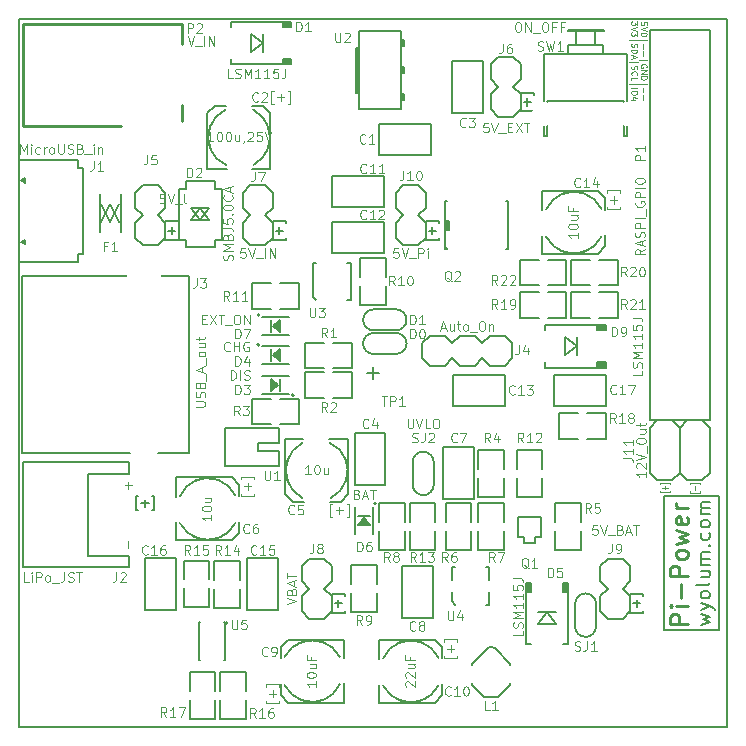
<source format=gto>
G04 (created by PCBNEW (2013-03-15 BZR 4003)-stable) date 24-Aug-13 4:32:32 PM*
%MOIN*%
G04 Gerber Fmt 3.4, Leading zero omitted, Abs format*
%FSLAX34Y34*%
G01*
G70*
G90*
G04 APERTURE LIST*
%ADD10C,0*%
%ADD11C,0.00393701*%
%ADD12C,0.00787402*%
%ADD13C,0.00590551*%
%ADD14C,0.00984252*%
%ADD15C,0.006*%
%ADD16C,0.005*%
%ADD17C,0.008*%
%ADD18C,0.01*%
%ADD19R,0.0531496X0.0610236*%
%ADD20R,0.064X0.12*%
%ADD21R,0.12X0.064*%
%ADD22R,0.0610236X0.0531496*%
%ADD23R,0.0511811X0.0511811*%
%ADD24R,0.0512X0.059*%
%ADD25R,0.059X0.0512*%
%ADD26C,0.07*%
%ADD27C,0.08*%
%ADD28R,0.0533071X0.033622*%
%ADD29R,0.0787402X0.0984252*%
%ADD30R,0.0874016X0.0688976*%
%ADD31R,0.04X0.05*%
%ADD32R,0.0984252X0.0787402*%
%ADD33R,0.05X0.04*%
%ADD34R,0.0629921X0.0393701*%
%ADD35R,0.1337X0.059*%
%ADD36R,0.1377X0.0392*%
%ADD37C,0.06*%
%ADD38R,0.06X0.06*%
%ADD39C,0.16*%
%ADD40R,0.16X0.16*%
%ADD41O,0.2X0.13*%
%ADD42R,0.024X0.08*%
%ADD43R,0.054X0.016*%
%ADD44R,0.056X0.063*%
%ADD45R,0.075X0.075*%
%ADD46C,0.075*%
%ADD47O,0.0110236X0.0334646*%
%ADD48O,0.0165354X0.0389764*%
%ADD49R,0.03X0.0646457*%
%ADD50R,0.0323622X0.0323622*%
%ADD51R,0.0276378X0.0111024*%
%ADD52C,0.0591*%
%ADD53C,0.1181*%
%ADD54O,0.0137795X0.0334646*%
%ADD55O,0.0192913X0.0389764*%
%ADD56R,0.03X0.0650394*%
%ADD57R,0.0323622X0.0325591*%
%ADD58R,0.011811X0.0275591*%
%ADD59R,0.0322835X0.0346457*%
%ADD60C,0.3*%
%ADD61R,0.019685X0.023622*%
%ADD62R,0.08X0.15*%
%ADD63R,0.08X0.06*%
G04 APERTURE END LIST*
G54D10*
G54D11*
X56922Y-22901D02*
X56922Y-22864D01*
X57259Y-22864D01*
X57259Y-22901D01*
X57090Y-22961D02*
X57090Y-23081D01*
X56922Y-23141D02*
X56922Y-23179D01*
X57259Y-23179D01*
X57259Y-23141D01*
G54D12*
X57903Y-27765D02*
X57903Y-23277D01*
X56053Y-23277D02*
X56053Y-27765D01*
G54D13*
X39878Y-14688D02*
X39878Y-14763D01*
X39428Y-14763D01*
X39428Y-14688D01*
X39653Y-14568D02*
X39653Y-14328D01*
X39773Y-14448D02*
X39533Y-14448D01*
X39878Y-14208D02*
X39878Y-14133D01*
X39428Y-14133D01*
X39428Y-14208D01*
X51728Y-10397D02*
X51728Y-10472D01*
X51278Y-10472D01*
X51278Y-10397D01*
X51503Y-10277D02*
X51503Y-10037D01*
X51623Y-10157D02*
X51383Y-10157D01*
X51728Y-9917D02*
X51728Y-9842D01*
X51278Y-9842D01*
X51278Y-9917D01*
G54D11*
X55918Y-22891D02*
X55918Y-22854D01*
X56255Y-22854D01*
X56255Y-22891D01*
X56086Y-22951D02*
X56086Y-23071D01*
X55996Y-23011D02*
X56176Y-23011D01*
X55918Y-23131D02*
X55918Y-23169D01*
X56255Y-23169D01*
X56255Y-23131D01*
G54D13*
X43460Y-14688D02*
X43460Y-14763D01*
X43010Y-14763D01*
X43010Y-14688D01*
X43235Y-14568D02*
X43235Y-14328D01*
X43355Y-14448D02*
X43115Y-14448D01*
X43460Y-14208D02*
X43460Y-14133D01*
X43010Y-14133D01*
X43010Y-14208D01*
X48559Y-14688D02*
X48559Y-14763D01*
X48109Y-14763D01*
X48109Y-14688D01*
X48334Y-14568D02*
X48334Y-14328D01*
X48454Y-14448D02*
X48214Y-14448D01*
X48559Y-14208D02*
X48559Y-14133D01*
X48109Y-14133D01*
X48109Y-14208D01*
X38519Y-23756D02*
X38444Y-23756D01*
X38444Y-23306D01*
X38519Y-23306D01*
X38639Y-23531D02*
X38879Y-23531D01*
X38759Y-23651D02*
X38759Y-23411D01*
X38999Y-23756D02*
X39074Y-23756D01*
X39074Y-23306D01*
X38999Y-23306D01*
X45429Y-27110D02*
X45429Y-27185D01*
X44979Y-27185D01*
X44979Y-27110D01*
X45204Y-26990D02*
X45204Y-26750D01*
X45324Y-26870D02*
X45084Y-26870D01*
X45429Y-26630D02*
X45429Y-26555D01*
X44979Y-26555D01*
X44979Y-26630D01*
X55370Y-27110D02*
X55370Y-27185D01*
X54920Y-27185D01*
X54920Y-27110D01*
X55145Y-26990D02*
X55145Y-26750D01*
X55265Y-26870D02*
X55025Y-26870D01*
X55370Y-26630D02*
X55370Y-26555D01*
X54920Y-26555D01*
X54920Y-26630D01*
G54D11*
X55481Y-7589D02*
X55481Y-7495D01*
X55387Y-7486D01*
X55396Y-7495D01*
X55406Y-7514D01*
X55406Y-7561D01*
X55396Y-7580D01*
X55387Y-7589D01*
X55368Y-7598D01*
X55321Y-7598D01*
X55303Y-7589D01*
X55293Y-7580D01*
X55284Y-7561D01*
X55284Y-7514D01*
X55293Y-7495D01*
X55303Y-7486D01*
X55481Y-7655D02*
X55284Y-7720D01*
X55481Y-7786D01*
X55481Y-7889D02*
X55481Y-7908D01*
X55471Y-7926D01*
X55462Y-7936D01*
X55443Y-7945D01*
X55406Y-7955D01*
X55359Y-7955D01*
X55321Y-7945D01*
X55303Y-7936D01*
X55293Y-7926D01*
X55284Y-7908D01*
X55284Y-7889D01*
X55293Y-7870D01*
X55303Y-7861D01*
X55321Y-7851D01*
X55359Y-7842D01*
X55406Y-7842D01*
X55443Y-7851D01*
X55462Y-7861D01*
X55471Y-7870D01*
X55481Y-7889D01*
X55218Y-8086D02*
X55500Y-8086D01*
X55359Y-8226D02*
X55359Y-8376D01*
X55359Y-8470D02*
X55359Y-8620D01*
X55218Y-8761D02*
X55500Y-8761D01*
X55471Y-9004D02*
X55481Y-8986D01*
X55481Y-8958D01*
X55471Y-8929D01*
X55453Y-8911D01*
X55434Y-8901D01*
X55396Y-8892D01*
X55368Y-8892D01*
X55331Y-8901D01*
X55312Y-8911D01*
X55293Y-8929D01*
X55284Y-8958D01*
X55284Y-8976D01*
X55293Y-9004D01*
X55303Y-9014D01*
X55368Y-9014D01*
X55368Y-8976D01*
X55284Y-9098D02*
X55481Y-9098D01*
X55284Y-9211D01*
X55481Y-9211D01*
X55284Y-9304D02*
X55481Y-9304D01*
X55481Y-9351D01*
X55471Y-9379D01*
X55453Y-9398D01*
X55434Y-9408D01*
X55396Y-9417D01*
X55368Y-9417D01*
X55331Y-9408D01*
X55312Y-9398D01*
X55293Y-9379D01*
X55284Y-9351D01*
X55284Y-9304D01*
X55218Y-9548D02*
X55500Y-9548D01*
X55359Y-9689D02*
X55359Y-9839D01*
X55359Y-9932D02*
X55359Y-10082D01*
X55166Y-7472D02*
X55166Y-7594D01*
X55091Y-7528D01*
X55091Y-7556D01*
X55082Y-7575D01*
X55072Y-7584D01*
X55053Y-7594D01*
X55007Y-7594D01*
X54988Y-7584D01*
X54978Y-7575D01*
X54969Y-7556D01*
X54969Y-7500D01*
X54978Y-7481D01*
X54988Y-7472D01*
X55166Y-7650D02*
X54969Y-7716D01*
X55166Y-7781D01*
X55166Y-7828D02*
X55166Y-7950D01*
X55091Y-7884D01*
X55091Y-7912D01*
X55082Y-7931D01*
X55072Y-7941D01*
X55053Y-7950D01*
X55007Y-7950D01*
X54988Y-7941D01*
X54978Y-7931D01*
X54969Y-7912D01*
X54969Y-7856D01*
X54978Y-7837D01*
X54988Y-7828D01*
X54903Y-8081D02*
X55185Y-8081D01*
X54978Y-8212D02*
X54969Y-8241D01*
X54969Y-8287D01*
X54978Y-8306D01*
X54988Y-8315D01*
X55007Y-8325D01*
X55025Y-8325D01*
X55044Y-8315D01*
X55053Y-8306D01*
X55063Y-8287D01*
X55072Y-8250D01*
X55082Y-8231D01*
X55091Y-8222D01*
X55110Y-8212D01*
X55128Y-8212D01*
X55147Y-8222D01*
X55157Y-8231D01*
X55166Y-8250D01*
X55166Y-8297D01*
X55157Y-8325D01*
X54969Y-8409D02*
X55166Y-8409D01*
X55166Y-8456D01*
X55157Y-8484D01*
X55138Y-8503D01*
X55119Y-8512D01*
X55082Y-8522D01*
X55053Y-8522D01*
X55016Y-8512D01*
X54997Y-8503D01*
X54978Y-8484D01*
X54969Y-8456D01*
X54969Y-8409D01*
X55025Y-8597D02*
X55025Y-8690D01*
X54969Y-8578D02*
X55166Y-8644D01*
X54969Y-8709D01*
X54903Y-8822D02*
X55185Y-8822D01*
X54978Y-8953D02*
X54969Y-8981D01*
X54969Y-9028D01*
X54978Y-9047D01*
X54988Y-9056D01*
X55007Y-9065D01*
X55025Y-9065D01*
X55044Y-9056D01*
X55053Y-9047D01*
X55063Y-9028D01*
X55072Y-8990D01*
X55082Y-8972D01*
X55091Y-8962D01*
X55110Y-8953D01*
X55128Y-8953D01*
X55147Y-8962D01*
X55157Y-8972D01*
X55166Y-8990D01*
X55166Y-9037D01*
X55157Y-9065D01*
X54988Y-9262D02*
X54978Y-9253D01*
X54969Y-9225D01*
X54969Y-9206D01*
X54978Y-9178D01*
X54997Y-9159D01*
X55016Y-9150D01*
X55053Y-9140D01*
X55082Y-9140D01*
X55119Y-9150D01*
X55138Y-9159D01*
X55157Y-9178D01*
X55166Y-9206D01*
X55166Y-9225D01*
X55157Y-9253D01*
X55147Y-9262D01*
X54969Y-9440D02*
X54969Y-9347D01*
X55166Y-9347D01*
X54903Y-9553D02*
X55185Y-9553D01*
X54969Y-9693D02*
X55166Y-9693D01*
X55166Y-9825D02*
X55166Y-9862D01*
X55157Y-9881D01*
X55138Y-9900D01*
X55100Y-9909D01*
X55035Y-9909D01*
X54997Y-9900D01*
X54978Y-9881D01*
X54969Y-9862D01*
X54969Y-9825D01*
X54978Y-9806D01*
X54997Y-9787D01*
X55035Y-9778D01*
X55100Y-9778D01*
X55138Y-9787D01*
X55157Y-9806D01*
X55166Y-9825D01*
X55100Y-10078D02*
X54969Y-10078D01*
X55175Y-10031D02*
X55035Y-9984D01*
X55035Y-10106D01*
G54D12*
X57903Y-27765D02*
X56053Y-27765D01*
X56053Y-23277D02*
X57903Y-23277D01*
G54D14*
X56853Y-27559D02*
X56262Y-27559D01*
X56262Y-27334D01*
X56290Y-27277D01*
X56318Y-27249D01*
X56375Y-27221D01*
X56459Y-27221D01*
X56515Y-27249D01*
X56543Y-27277D01*
X56571Y-27334D01*
X56571Y-27559D01*
X56853Y-26968D02*
X56459Y-26968D01*
X56262Y-26968D02*
X56290Y-26996D01*
X56318Y-26968D01*
X56290Y-26940D01*
X56262Y-26968D01*
X56318Y-26968D01*
X56628Y-26687D02*
X56628Y-26237D01*
X56853Y-25956D02*
X56262Y-25956D01*
X56262Y-25731D01*
X56290Y-25674D01*
X56318Y-25646D01*
X56375Y-25618D01*
X56459Y-25618D01*
X56515Y-25646D01*
X56543Y-25674D01*
X56571Y-25731D01*
X56571Y-25956D01*
X56853Y-25281D02*
X56825Y-25337D01*
X56796Y-25365D01*
X56740Y-25393D01*
X56571Y-25393D01*
X56515Y-25365D01*
X56487Y-25337D01*
X56459Y-25281D01*
X56459Y-25196D01*
X56487Y-25140D01*
X56515Y-25112D01*
X56571Y-25084D01*
X56740Y-25084D01*
X56796Y-25112D01*
X56825Y-25140D01*
X56853Y-25196D01*
X56853Y-25281D01*
X56459Y-24887D02*
X56853Y-24775D01*
X56571Y-24662D01*
X56853Y-24550D01*
X56459Y-24437D01*
X56825Y-23987D02*
X56853Y-24043D01*
X56853Y-24156D01*
X56825Y-24212D01*
X56768Y-24240D01*
X56543Y-24240D01*
X56487Y-24212D01*
X56459Y-24156D01*
X56459Y-24043D01*
X56487Y-23987D01*
X56543Y-23959D01*
X56600Y-23959D01*
X56656Y-24240D01*
X56853Y-23706D02*
X56459Y-23706D01*
X56571Y-23706D02*
X56515Y-23678D01*
X56487Y-23650D01*
X56459Y-23593D01*
X56459Y-23537D01*
G54D12*
X57277Y-27581D02*
X57592Y-27491D01*
X57367Y-27401D01*
X57592Y-27311D01*
X57277Y-27221D01*
X57277Y-27086D02*
X57592Y-26974D01*
X57277Y-26861D02*
X57592Y-26974D01*
X57705Y-27019D01*
X57727Y-27041D01*
X57750Y-27086D01*
X57592Y-26614D02*
X57570Y-26659D01*
X57547Y-26681D01*
X57502Y-26704D01*
X57367Y-26704D01*
X57322Y-26681D01*
X57300Y-26659D01*
X57277Y-26614D01*
X57277Y-26546D01*
X57300Y-26501D01*
X57322Y-26479D01*
X57367Y-26456D01*
X57502Y-26456D01*
X57547Y-26479D01*
X57570Y-26501D01*
X57592Y-26546D01*
X57592Y-26614D01*
X57592Y-26186D02*
X57570Y-26231D01*
X57525Y-26254D01*
X57120Y-26254D01*
X57277Y-25804D02*
X57592Y-25804D01*
X57277Y-26006D02*
X57525Y-26006D01*
X57570Y-25984D01*
X57592Y-25939D01*
X57592Y-25871D01*
X57570Y-25826D01*
X57547Y-25804D01*
X57592Y-25579D02*
X57277Y-25579D01*
X57322Y-25579D02*
X57300Y-25556D01*
X57277Y-25511D01*
X57277Y-25444D01*
X57300Y-25399D01*
X57345Y-25376D01*
X57592Y-25376D01*
X57345Y-25376D02*
X57300Y-25354D01*
X57277Y-25309D01*
X57277Y-25241D01*
X57300Y-25196D01*
X57345Y-25174D01*
X57592Y-25174D01*
X57547Y-24949D02*
X57570Y-24926D01*
X57592Y-24949D01*
X57570Y-24971D01*
X57547Y-24949D01*
X57592Y-24949D01*
X57570Y-24521D02*
X57592Y-24566D01*
X57592Y-24656D01*
X57570Y-24701D01*
X57547Y-24724D01*
X57502Y-24746D01*
X57367Y-24746D01*
X57322Y-24724D01*
X57300Y-24701D01*
X57277Y-24656D01*
X57277Y-24566D01*
X57300Y-24521D01*
X57592Y-24251D02*
X57570Y-24296D01*
X57547Y-24319D01*
X57502Y-24341D01*
X57367Y-24341D01*
X57322Y-24319D01*
X57300Y-24296D01*
X57277Y-24251D01*
X57277Y-24184D01*
X57300Y-24139D01*
X57322Y-24116D01*
X57367Y-24094D01*
X57502Y-24094D01*
X57547Y-24116D01*
X57570Y-24139D01*
X57592Y-24184D01*
X57592Y-24251D01*
X57592Y-23892D02*
X57277Y-23892D01*
X57322Y-23892D02*
X57300Y-23869D01*
X57277Y-23824D01*
X57277Y-23757D01*
X57300Y-23712D01*
X57345Y-23689D01*
X57592Y-23689D01*
X57345Y-23689D02*
X57300Y-23667D01*
X57277Y-23622D01*
X57277Y-23554D01*
X57300Y-23509D01*
X57345Y-23487D01*
X57592Y-23487D01*
G54D13*
X34547Y-31003D02*
X34547Y-7381D01*
X58169Y-31003D02*
X34547Y-31003D01*
X58169Y-7381D02*
X58169Y-31003D01*
X34547Y-7381D02*
X58169Y-7381D01*
X46574Y-10905D02*
X48307Y-10905D01*
X48307Y-10905D02*
X48307Y-11929D01*
X48307Y-11929D02*
X46574Y-11929D01*
X46574Y-11929D02*
X46574Y-10905D01*
G54D15*
X43563Y-21965D02*
G75*
G03X44012Y-23365I924J-475D01*
G74*
G01*
X44012Y-21516D02*
G75*
G03X43563Y-22916I475J-924D01*
G74*
G01*
X43438Y-23240D02*
X43438Y-21390D01*
X44937Y-23366D02*
G75*
G03X45413Y-21991I-449J925D01*
G74*
G01*
X45438Y-22841D02*
G75*
G03X44913Y-21516I-924J400D01*
G74*
G01*
X45538Y-21390D02*
X44888Y-21390D01*
X43438Y-21390D02*
X44038Y-21390D01*
X43688Y-23490D02*
X44063Y-23490D01*
X45288Y-23490D02*
X44913Y-23490D01*
X45288Y-23490D02*
X45538Y-23240D01*
X45538Y-23240D02*
X45538Y-22440D01*
X43688Y-23490D02*
X43438Y-23240D01*
X45538Y-21390D02*
X45538Y-22440D01*
X40371Y-24645D02*
G75*
G03X41771Y-24195I475J924D01*
G74*
G01*
X39921Y-24195D02*
G75*
G03X41321Y-24645I924J475D01*
G74*
G01*
X41646Y-24770D02*
X39796Y-24770D01*
X41771Y-23271D02*
G75*
G03X40397Y-22795I-925J-449D01*
G74*
G01*
X41246Y-22770D02*
G75*
G03X39921Y-23295I-400J-924D01*
G74*
G01*
X39796Y-22670D02*
X39796Y-23320D01*
X39796Y-24770D02*
X39796Y-24170D01*
X41896Y-24520D02*
X41896Y-24145D01*
X41896Y-22920D02*
X41896Y-23295D01*
X41896Y-22920D02*
X41646Y-22670D01*
X41646Y-22670D02*
X40846Y-22670D01*
X41896Y-24520D02*
X41646Y-24770D01*
X39796Y-22670D02*
X40846Y-22670D01*
G54D13*
X48700Y-23405D02*
X48700Y-21673D01*
X48700Y-21673D02*
X49724Y-21673D01*
X49724Y-21673D02*
X49724Y-23405D01*
X49724Y-23405D02*
X48700Y-23405D01*
X47322Y-27342D02*
X47322Y-25610D01*
X47322Y-25610D02*
X48346Y-25610D01*
X48346Y-25610D02*
X48346Y-27342D01*
X48346Y-27342D02*
X47322Y-27342D01*
G54D15*
X44806Y-28209D02*
G75*
G03X43405Y-28658I-475J-924D01*
G74*
G01*
X45255Y-28658D02*
G75*
G03X43855Y-28209I-924J-475D01*
G74*
G01*
X43530Y-28083D02*
X45380Y-28083D01*
X43405Y-29583D02*
G75*
G03X44780Y-30059I925J449D01*
G74*
G01*
X43930Y-30083D02*
G75*
G03X45255Y-29559I400J924D01*
G74*
G01*
X45380Y-30183D02*
X45380Y-29533D01*
X45380Y-28083D02*
X45380Y-28683D01*
X43280Y-28333D02*
X43280Y-28708D01*
X43280Y-29933D02*
X43280Y-29558D01*
X43280Y-29933D02*
X43530Y-30183D01*
X43530Y-30183D02*
X44330Y-30183D01*
X43280Y-28333D02*
X43530Y-28083D01*
X45380Y-30183D02*
X44330Y-30183D01*
G54D13*
X50925Y-29586D02*
X50531Y-29980D01*
X49665Y-29586D02*
X50059Y-29980D01*
X50177Y-28366D02*
X49665Y-28877D01*
X50925Y-28877D02*
X50413Y-28366D01*
X50925Y-28877D02*
X50925Y-28937D01*
X49665Y-28877D02*
X49665Y-28937D01*
X49665Y-29586D02*
X49665Y-29527D01*
X50925Y-29586D02*
X50925Y-29527D01*
X50413Y-28366D02*
G75*
G03X50177Y-28366I-118J-118D01*
G74*
G01*
X50531Y-29980D02*
X50059Y-29980D01*
G54D15*
X45031Y-19027D02*
X45656Y-19027D01*
X45656Y-19027D02*
X45656Y-18177D01*
X45656Y-18177D02*
X45031Y-18177D01*
X44731Y-18177D02*
X44131Y-18177D01*
X44131Y-18177D02*
X44106Y-18177D01*
X44106Y-18177D02*
X44106Y-19027D01*
X44106Y-19027D02*
X44731Y-19027D01*
X44731Y-19161D02*
X44106Y-19161D01*
X44106Y-19161D02*
X44106Y-20011D01*
X44106Y-20011D02*
X44731Y-20011D01*
X45031Y-20011D02*
X45631Y-20011D01*
X45631Y-20011D02*
X45656Y-20011D01*
X45656Y-20011D02*
X45656Y-19161D01*
X45656Y-19161D02*
X45031Y-19161D01*
X42960Y-20047D02*
X42335Y-20047D01*
X42335Y-20047D02*
X42335Y-20897D01*
X42335Y-20897D02*
X42960Y-20897D01*
X43260Y-20897D02*
X43860Y-20897D01*
X43860Y-20897D02*
X43885Y-20897D01*
X43885Y-20897D02*
X43885Y-20047D01*
X43885Y-20047D02*
X43260Y-20047D01*
X49870Y-22689D02*
X49870Y-23314D01*
X49870Y-23314D02*
X50720Y-23314D01*
X50720Y-23314D02*
X50720Y-22689D01*
X50720Y-22389D02*
X50720Y-21789D01*
X50720Y-21789D02*
X50720Y-21764D01*
X50720Y-21764D02*
X49870Y-21764D01*
X49870Y-21764D02*
X49870Y-22389D01*
X52429Y-24461D02*
X52429Y-25086D01*
X52429Y-25086D02*
X53279Y-25086D01*
X53279Y-25086D02*
X53279Y-24461D01*
X53279Y-24161D02*
X53279Y-23561D01*
X53279Y-23561D02*
X53279Y-23536D01*
X53279Y-23536D02*
X52429Y-23536D01*
X52429Y-23536D02*
X52429Y-24161D01*
X49637Y-24161D02*
X49637Y-23536D01*
X49637Y-23536D02*
X48787Y-23536D01*
X48787Y-23536D02*
X48787Y-24161D01*
X48787Y-24461D02*
X48787Y-25061D01*
X48787Y-25061D02*
X48787Y-25086D01*
X48787Y-25086D02*
X49637Y-25086D01*
X49637Y-25086D02*
X49637Y-24461D01*
X50720Y-24161D02*
X50720Y-23536D01*
X50720Y-23536D02*
X49870Y-23536D01*
X49870Y-23536D02*
X49870Y-24161D01*
X49870Y-24461D02*
X49870Y-25061D01*
X49870Y-25061D02*
X49870Y-25086D01*
X49870Y-25086D02*
X50720Y-25086D01*
X50720Y-25086D02*
X50720Y-24461D01*
X46563Y-24461D02*
X46563Y-25086D01*
X46563Y-25086D02*
X47413Y-25086D01*
X47413Y-25086D02*
X47413Y-24461D01*
X47413Y-24161D02*
X47413Y-23561D01*
X47413Y-23561D02*
X47413Y-23536D01*
X47413Y-23536D02*
X46563Y-23536D01*
X46563Y-23536D02*
X46563Y-24161D01*
X45637Y-26527D02*
X45637Y-27152D01*
X45637Y-27152D02*
X46487Y-27152D01*
X46487Y-27152D02*
X46487Y-26527D01*
X46487Y-26227D02*
X46487Y-25627D01*
X46487Y-25627D02*
X46487Y-25602D01*
X46487Y-25602D02*
X45637Y-25602D01*
X45637Y-25602D02*
X45637Y-26227D01*
X45933Y-16291D02*
X45933Y-16916D01*
X45933Y-16916D02*
X46783Y-16916D01*
X46783Y-16916D02*
X46783Y-16291D01*
X46783Y-15991D02*
X46783Y-15391D01*
X46783Y-15391D02*
X46783Y-15366D01*
X46783Y-15366D02*
X45933Y-15366D01*
X45933Y-15366D02*
X45933Y-15991D01*
X43260Y-17058D02*
X43885Y-17058D01*
X43885Y-17058D02*
X43885Y-16208D01*
X43885Y-16208D02*
X43260Y-16208D01*
X42960Y-16208D02*
X42360Y-16208D01*
X42360Y-16208D02*
X42335Y-16208D01*
X42335Y-16208D02*
X42335Y-17058D01*
X42335Y-17058D02*
X42960Y-17058D01*
X51999Y-22389D02*
X51999Y-21764D01*
X51999Y-21764D02*
X51149Y-21764D01*
X51149Y-21764D02*
X51149Y-22389D01*
X51149Y-22689D02*
X51149Y-23289D01*
X51149Y-23289D02*
X51149Y-23314D01*
X51149Y-23314D02*
X51999Y-23314D01*
X51999Y-23314D02*
X51999Y-22689D01*
X48436Y-24161D02*
X48436Y-23536D01*
X48436Y-23536D02*
X47586Y-23536D01*
X47586Y-23536D02*
X47586Y-24161D01*
X47586Y-24461D02*
X47586Y-25061D01*
X47586Y-25061D02*
X47586Y-25086D01*
X47586Y-25086D02*
X48436Y-25086D01*
X48436Y-25086D02*
X48436Y-24461D01*
X41921Y-26090D02*
X41921Y-25465D01*
X41921Y-25465D02*
X41071Y-25465D01*
X41071Y-25465D02*
X41071Y-26090D01*
X41071Y-26390D02*
X41071Y-26990D01*
X41071Y-26990D02*
X41071Y-27015D01*
X41071Y-27015D02*
X41921Y-27015D01*
X41921Y-27015D02*
X41921Y-26390D01*
X53094Y-27638D02*
X53094Y-26888D01*
X53794Y-26888D02*
X53794Y-27638D01*
X53444Y-27988D02*
G75*
G03X53794Y-27638I0J350D01*
G74*
G01*
X53094Y-27638D02*
G75*
G03X53444Y-27988I350J0D01*
G74*
G01*
X53444Y-26538D02*
G75*
G03X53094Y-26888I0J-350D01*
G74*
G01*
X53794Y-26888D02*
G75*
G03X53444Y-26538I-350J0D01*
G74*
G01*
X47681Y-22914D02*
X47681Y-22164D01*
X48381Y-22164D02*
X48381Y-22914D01*
X48031Y-23264D02*
G75*
G03X48381Y-22914I0J350D01*
G74*
G01*
X47681Y-22914D02*
G75*
G03X48031Y-23264I350J0D01*
G74*
G01*
X48031Y-21814D02*
G75*
G03X47681Y-22164I0J-350D01*
G74*
G01*
X48381Y-22164D02*
G75*
G03X48031Y-21814I-350J0D01*
G74*
G01*
G54D16*
X54044Y-7747D02*
X54044Y-7797D01*
X54044Y-7797D02*
X52844Y-7797D01*
X52844Y-7797D02*
X52844Y-7747D01*
X52844Y-7747D02*
X54044Y-7747D01*
X54824Y-8542D02*
X54824Y-11302D01*
X54824Y-11302D02*
X54724Y-11302D01*
X54724Y-11302D02*
X54724Y-10122D01*
X54724Y-10122D02*
X52164Y-10122D01*
X52164Y-10122D02*
X52164Y-11302D01*
X52164Y-11302D02*
X52064Y-11302D01*
X52064Y-11302D02*
X52064Y-8542D01*
X52064Y-8542D02*
X54824Y-8542D01*
X53764Y-7752D02*
X53764Y-8242D01*
X53124Y-7752D02*
X53124Y-8242D01*
X54034Y-8542D02*
X54034Y-8242D01*
X54034Y-8242D02*
X52854Y-8242D01*
X52854Y-8242D02*
X52854Y-8542D01*
G54D15*
X43222Y-21528D02*
X43222Y-21028D01*
X43222Y-21778D02*
X43222Y-22278D01*
X43222Y-21528D02*
X42522Y-21528D01*
X42522Y-21528D02*
X42522Y-21778D01*
X42522Y-21778D02*
X43222Y-21778D01*
X43222Y-21028D02*
X41422Y-21028D01*
X41422Y-21028D02*
X41422Y-22278D01*
X41422Y-22278D02*
X43222Y-22278D01*
X47142Y-30058D02*
G75*
G03X48542Y-29609I475J924D01*
G74*
G01*
X46693Y-29609D02*
G75*
G03X48093Y-30058I924J475D01*
G74*
G01*
X48418Y-30183D02*
X46568Y-30183D01*
X48543Y-28684D02*
G75*
G03X47168Y-28208I-925J-449D01*
G74*
G01*
X48018Y-28183D02*
G75*
G03X46693Y-28708I-400J-924D01*
G74*
G01*
X46568Y-28083D02*
X46568Y-28733D01*
X46568Y-30183D02*
X46568Y-29583D01*
X48668Y-29933D02*
X48668Y-29558D01*
X48668Y-28333D02*
X48668Y-28708D01*
X48668Y-28333D02*
X48418Y-28083D01*
X48418Y-28083D02*
X47618Y-28083D01*
X48668Y-29933D02*
X48418Y-30183D01*
X46568Y-28083D02*
X47618Y-28083D01*
G54D13*
X45000Y-12637D02*
X46732Y-12637D01*
X46732Y-12637D02*
X46732Y-13661D01*
X46732Y-13661D02*
X45000Y-13661D01*
X45000Y-13661D02*
X45000Y-12637D01*
X45000Y-14153D02*
X46732Y-14153D01*
X46732Y-14153D02*
X46732Y-15177D01*
X46732Y-15177D02*
X45000Y-15177D01*
X45000Y-15177D02*
X45000Y-14153D01*
G54D15*
X42814Y-11813D02*
G75*
G03X42365Y-10413I-924J475D01*
G74*
G01*
X42365Y-12263D02*
G75*
G03X42814Y-10863I-475J924D01*
G74*
G01*
X42939Y-10538D02*
X42939Y-12388D01*
X41440Y-10413D02*
G75*
G03X40964Y-11787I449J-925D01*
G74*
G01*
X40939Y-10938D02*
G75*
G03X41464Y-12263I924J-400D01*
G74*
G01*
X40839Y-12388D02*
X41489Y-12388D01*
X42939Y-12388D02*
X42339Y-12388D01*
X42689Y-10288D02*
X42314Y-10288D01*
X41089Y-10288D02*
X41464Y-10288D01*
X41089Y-10288D02*
X40839Y-10538D01*
X40839Y-10538D02*
X40839Y-11338D01*
X42689Y-10288D02*
X42939Y-10538D01*
X40839Y-12388D02*
X40839Y-11338D01*
G54D13*
X48996Y-10511D02*
X48996Y-8779D01*
X48996Y-8779D02*
X50019Y-8779D01*
X50019Y-8779D02*
X50019Y-10511D01*
X50019Y-10511D02*
X48996Y-10511D01*
X45748Y-22913D02*
X45748Y-21181D01*
X45748Y-21181D02*
X46771Y-21181D01*
X46771Y-21181D02*
X46771Y-22913D01*
X46771Y-22913D02*
X45748Y-22913D01*
X50767Y-20295D02*
X49035Y-20295D01*
X49035Y-20295D02*
X49035Y-19271D01*
X49035Y-19271D02*
X50767Y-19271D01*
X50767Y-19271D02*
X50767Y-20295D01*
G54D15*
X52575Y-15098D02*
G75*
G03X53976Y-14648I475J924D01*
G74*
G01*
X52126Y-14648D02*
G75*
G03X53526Y-15098I924J475D01*
G74*
G01*
X53851Y-15223D02*
X52001Y-15223D01*
X53976Y-13723D02*
G75*
G03X52601Y-13247I-925J-449D01*
G74*
G01*
X53451Y-13223D02*
G75*
G03X52126Y-13747I-400J-924D01*
G74*
G01*
X52001Y-13123D02*
X52001Y-13773D01*
X52001Y-15223D02*
X52001Y-14623D01*
X54101Y-14973D02*
X54101Y-14598D01*
X54101Y-13373D02*
X54101Y-13748D01*
X54101Y-13373D02*
X53851Y-13123D01*
X53851Y-13123D02*
X53051Y-13123D01*
X54101Y-14973D02*
X53851Y-15223D01*
X52001Y-13123D02*
X53051Y-13123D01*
G54D13*
X42165Y-27106D02*
X42165Y-25374D01*
X42165Y-25374D02*
X43188Y-25374D01*
X43188Y-25374D02*
X43188Y-27106D01*
X43188Y-27106D02*
X42165Y-27106D01*
X38759Y-27086D02*
X38759Y-25354D01*
X38759Y-25354D02*
X39783Y-25354D01*
X39783Y-25354D02*
X39783Y-27086D01*
X39783Y-27086D02*
X38759Y-27086D01*
X52381Y-19271D02*
X54114Y-19271D01*
X54114Y-19271D02*
X54114Y-20295D01*
X54114Y-20295D02*
X52381Y-20295D01*
X52381Y-20295D02*
X52381Y-19271D01*
X43346Y-8897D02*
X43641Y-8897D01*
X43641Y-8720D02*
X43346Y-8720D01*
X43641Y-8897D02*
X43641Y-8720D01*
X43582Y-8720D02*
X43582Y-8897D01*
X43523Y-8897D02*
X43523Y-8720D01*
X43464Y-8720D02*
X43464Y-8897D01*
X43405Y-8720D02*
X43405Y-8897D01*
X43346Y-7657D02*
X43641Y-7657D01*
X43346Y-7480D02*
X43641Y-7480D01*
X43641Y-7480D02*
X43641Y-7657D01*
X43582Y-7657D02*
X43582Y-7480D01*
X43523Y-7480D02*
X43523Y-7657D01*
X43464Y-7657D02*
X43464Y-7480D01*
X43405Y-7480D02*
X43405Y-7657D01*
X41614Y-8897D02*
X41614Y-8720D01*
X43346Y-8897D02*
X43346Y-8720D01*
X43346Y-7480D02*
X43346Y-7657D01*
X41614Y-7480D02*
X41614Y-7657D01*
X41614Y-8897D02*
X43346Y-8897D01*
X41614Y-7480D02*
X43346Y-7480D01*
G54D15*
X42680Y-8188D02*
X42280Y-7888D01*
X42280Y-7888D02*
X42280Y-8488D01*
X42280Y-8488D02*
X42680Y-8188D01*
X42680Y-8188D02*
X42680Y-7888D01*
X42680Y-8488D02*
X42680Y-8188D01*
G54D13*
X40132Y-13056D02*
X40132Y-12800D01*
X40132Y-12800D02*
X41077Y-12800D01*
X41077Y-12800D02*
X41077Y-13056D01*
X40132Y-14749D02*
X40132Y-15005D01*
X40132Y-15005D02*
X41077Y-15005D01*
X41077Y-15005D02*
X41077Y-14749D01*
X41313Y-13903D02*
X41313Y-14749D01*
X41313Y-14749D02*
X41077Y-14749D01*
X41313Y-13903D02*
X41313Y-13056D01*
X41313Y-13056D02*
X41077Y-13056D01*
X39896Y-13903D02*
X39896Y-13056D01*
X39896Y-13056D02*
X40132Y-13056D01*
X39896Y-13903D02*
X39896Y-14749D01*
X39896Y-14749D02*
X40132Y-14749D01*
G54D15*
X40604Y-13703D02*
X40304Y-14103D01*
X40304Y-14103D02*
X40904Y-14103D01*
X40904Y-14103D02*
X40604Y-13703D01*
X40604Y-13703D02*
X40304Y-13703D01*
X40304Y-13703D02*
X40604Y-14103D01*
X40604Y-14103D02*
X40904Y-13703D01*
X40904Y-13703D02*
X40604Y-13703D01*
G54D13*
X43129Y-19645D02*
X43129Y-19527D01*
X43070Y-19685D02*
X43070Y-19488D01*
X43011Y-19724D02*
X43011Y-19468D01*
X43267Y-19783D02*
X43267Y-19389D01*
X43208Y-19586D02*
X42952Y-19783D01*
X42952Y-19783D02*
X42952Y-19389D01*
X42952Y-19389D02*
X43208Y-19586D01*
X43720Y-19940D02*
G75*
G03X43720Y-19940I-39J0D01*
G74*
G01*
X43562Y-19291D02*
X42657Y-19291D01*
X43562Y-19881D02*
X42657Y-19881D01*
X43090Y-18543D02*
X43090Y-18661D01*
X43149Y-18503D02*
X43149Y-18700D01*
X43208Y-18464D02*
X43208Y-18720D01*
X42952Y-18405D02*
X42952Y-18799D01*
X43011Y-18602D02*
X43267Y-18405D01*
X43267Y-18405D02*
X43267Y-18799D01*
X43267Y-18799D02*
X43011Y-18602D01*
X42578Y-18248D02*
G75*
G03X42578Y-18248I-39J0D01*
G74*
G01*
X42657Y-18897D02*
X43562Y-18897D01*
X42657Y-18307D02*
X43562Y-18307D01*
X52874Y-26496D02*
X52874Y-26200D01*
X52696Y-26200D02*
X52696Y-26496D01*
X52874Y-26200D02*
X52696Y-26200D01*
X52696Y-26259D02*
X52874Y-26259D01*
X52874Y-26318D02*
X52696Y-26318D01*
X52696Y-26377D02*
X52874Y-26377D01*
X52696Y-26437D02*
X52874Y-26437D01*
X51633Y-26496D02*
X51633Y-26200D01*
X51456Y-26496D02*
X51456Y-26200D01*
X51456Y-26200D02*
X51633Y-26200D01*
X51633Y-26259D02*
X51456Y-26259D01*
X51456Y-26318D02*
X51633Y-26318D01*
X51633Y-26377D02*
X51456Y-26377D01*
X51456Y-26437D02*
X51633Y-26437D01*
X52874Y-28228D02*
X52696Y-28228D01*
X52874Y-26496D02*
X52696Y-26496D01*
X51456Y-26496D02*
X51633Y-26496D01*
X51456Y-28228D02*
X51633Y-28228D01*
X52874Y-28228D02*
X52874Y-26496D01*
X51456Y-28228D02*
X51456Y-26496D01*
G54D15*
X52165Y-27162D02*
X51865Y-27562D01*
X51865Y-27562D02*
X52465Y-27562D01*
X52465Y-27562D02*
X52165Y-27162D01*
X52165Y-27162D02*
X51865Y-27162D01*
X52465Y-27162D02*
X52165Y-27162D01*
G54D13*
X46122Y-24094D02*
X46003Y-24094D01*
X46161Y-24153D02*
X45964Y-24153D01*
X46200Y-24212D02*
X45944Y-24212D01*
X46259Y-23956D02*
X45866Y-23956D01*
X46062Y-24015D02*
X46259Y-24271D01*
X46259Y-24271D02*
X45866Y-24271D01*
X45866Y-24271D02*
X46062Y-24015D01*
X46456Y-23543D02*
G75*
G03X46456Y-23543I-39J0D01*
G74*
G01*
X45767Y-23661D02*
X45767Y-24566D01*
X46358Y-23661D02*
X46358Y-24566D01*
X43090Y-17559D02*
X43090Y-17677D01*
X43149Y-17519D02*
X43149Y-17716D01*
X43208Y-17480D02*
X43208Y-17736D01*
X42952Y-17421D02*
X42952Y-17814D01*
X43011Y-17618D02*
X43267Y-17421D01*
X43267Y-17421D02*
X43267Y-17814D01*
X43267Y-17814D02*
X43011Y-17618D01*
X42578Y-17263D02*
G75*
G03X42578Y-17263I-39J0D01*
G74*
G01*
X42657Y-17913D02*
X43562Y-17913D01*
X42657Y-17322D02*
X43562Y-17322D01*
X53818Y-19015D02*
X54114Y-19015D01*
X54114Y-18838D02*
X53818Y-18838D01*
X54114Y-19015D02*
X54114Y-18838D01*
X54055Y-18838D02*
X54055Y-19015D01*
X53996Y-19015D02*
X53996Y-18838D01*
X53937Y-18838D02*
X53937Y-19015D01*
X53877Y-18838D02*
X53877Y-19015D01*
X53818Y-17775D02*
X54114Y-17775D01*
X53818Y-17598D02*
X54114Y-17598D01*
X54114Y-17598D02*
X54114Y-17775D01*
X54055Y-17775D02*
X54055Y-17598D01*
X53996Y-17598D02*
X53996Y-17775D01*
X53937Y-17775D02*
X53937Y-17598D01*
X53877Y-17598D02*
X53877Y-17775D01*
X52086Y-19015D02*
X52086Y-18838D01*
X53818Y-19015D02*
X53818Y-18838D01*
X53818Y-17598D02*
X53818Y-17775D01*
X52086Y-17598D02*
X52086Y-17775D01*
X52086Y-19015D02*
X53818Y-19015D01*
X52086Y-17598D02*
X53818Y-17598D01*
G54D15*
X53152Y-18307D02*
X52752Y-18007D01*
X52752Y-18007D02*
X52752Y-18607D01*
X52752Y-18607D02*
X53152Y-18307D01*
X53152Y-18307D02*
X53152Y-18007D01*
X53152Y-18607D02*
X53152Y-18307D01*
G54D13*
X37250Y-14483D02*
X37250Y-13223D01*
X37959Y-13223D02*
X37959Y-14483D01*
G54D15*
X37904Y-14153D02*
X37604Y-13553D01*
X37604Y-13553D02*
X37304Y-14153D01*
X37604Y-14153D02*
X37304Y-13553D01*
X37604Y-14153D02*
X37904Y-13553D01*
X34692Y-25667D02*
X38217Y-25667D01*
X34692Y-23917D02*
X34692Y-22167D01*
X34692Y-22167D02*
X38217Y-22167D01*
X38217Y-22167D02*
X38217Y-22542D01*
X38217Y-22542D02*
X36867Y-22542D01*
X36867Y-22542D02*
X36867Y-25292D01*
X36867Y-25292D02*
X38217Y-25292D01*
X38217Y-25292D02*
X38217Y-25667D01*
X34692Y-25667D02*
X34692Y-23917D01*
X51007Y-18194D02*
X51007Y-18694D01*
X48007Y-18194D02*
X48007Y-18694D01*
X48757Y-18944D02*
X48257Y-18944D01*
X49757Y-18944D02*
X49257Y-18944D01*
X50757Y-18944D02*
X50257Y-18944D01*
X50257Y-17944D02*
X50757Y-17944D01*
X49257Y-17944D02*
X49757Y-17944D01*
X48257Y-17944D02*
X48757Y-17944D01*
X50757Y-17944D02*
X51007Y-18194D01*
X49757Y-17944D02*
X50007Y-18194D01*
X50007Y-18194D02*
X50257Y-17944D01*
X48757Y-17944D02*
X49007Y-18194D01*
X49007Y-18194D02*
X49257Y-17944D01*
X48007Y-18194D02*
X48257Y-17944D01*
X48257Y-18944D02*
X48007Y-18694D01*
X49257Y-18944D02*
X49007Y-18694D01*
X49007Y-18694D02*
X48757Y-18944D01*
X50257Y-18944D02*
X50007Y-18694D01*
X50007Y-18694D02*
X49757Y-18944D01*
X51007Y-18694D02*
X50757Y-18944D01*
X50537Y-8645D02*
X51037Y-8645D01*
X50537Y-10645D02*
X51037Y-10645D01*
X51287Y-9895D02*
X51287Y-10395D01*
X51287Y-8895D02*
X51287Y-9395D01*
X50287Y-9395D02*
X50287Y-8895D01*
X50287Y-10395D02*
X50287Y-9895D01*
X50287Y-8895D02*
X50537Y-8645D01*
X50287Y-9895D02*
X50537Y-9645D01*
X50537Y-9645D02*
X50287Y-9395D01*
X50537Y-10645D02*
X50287Y-10395D01*
X51287Y-10395D02*
X51037Y-10645D01*
X51287Y-9395D02*
X51037Y-9645D01*
X51037Y-9645D02*
X51287Y-9895D01*
X51037Y-8645D02*
X51287Y-8895D01*
X42269Y-12937D02*
X42769Y-12937D01*
X42269Y-14937D02*
X42769Y-14937D01*
X43019Y-14187D02*
X43019Y-14687D01*
X43019Y-13187D02*
X43019Y-13687D01*
X42019Y-13687D02*
X42019Y-13187D01*
X42019Y-14687D02*
X42019Y-14187D01*
X42019Y-13187D02*
X42269Y-12937D01*
X42019Y-14187D02*
X42269Y-13937D01*
X42269Y-13937D02*
X42019Y-13687D01*
X42269Y-14937D02*
X42019Y-14687D01*
X43019Y-14687D02*
X42769Y-14937D01*
X43019Y-13687D02*
X42769Y-13937D01*
X42769Y-13937D02*
X43019Y-14187D01*
X42769Y-12937D02*
X43019Y-13187D01*
X44238Y-25377D02*
X44738Y-25377D01*
X44238Y-27377D02*
X44738Y-27377D01*
X44988Y-26627D02*
X44988Y-27127D01*
X44988Y-25627D02*
X44988Y-26127D01*
X43988Y-26127D02*
X43988Y-25627D01*
X43988Y-27127D02*
X43988Y-26627D01*
X43988Y-25627D02*
X44238Y-25377D01*
X43988Y-26627D02*
X44238Y-26377D01*
X44238Y-26377D02*
X43988Y-26127D01*
X44238Y-27377D02*
X43988Y-27127D01*
X44988Y-27127D02*
X44738Y-27377D01*
X44988Y-26127D02*
X44738Y-26377D01*
X44738Y-26377D02*
X44988Y-26627D01*
X44738Y-25377D02*
X44988Y-25627D01*
X54179Y-25377D02*
X54679Y-25377D01*
X54179Y-27377D02*
X54679Y-27377D01*
X54929Y-26627D02*
X54929Y-27127D01*
X54929Y-25627D02*
X54929Y-26127D01*
X53929Y-26127D02*
X53929Y-25627D01*
X53929Y-27127D02*
X53929Y-26627D01*
X53929Y-25627D02*
X54179Y-25377D01*
X53929Y-26627D02*
X54179Y-26377D01*
X54179Y-26377D02*
X53929Y-26127D01*
X54179Y-27377D02*
X53929Y-27127D01*
X54929Y-27127D02*
X54679Y-27377D01*
X54929Y-26127D02*
X54679Y-26377D01*
X54679Y-26377D02*
X54929Y-26627D01*
X54679Y-25377D02*
X54929Y-25627D01*
X47368Y-12937D02*
X47868Y-12937D01*
X47368Y-14937D02*
X47868Y-14937D01*
X48118Y-14187D02*
X48118Y-14687D01*
X48118Y-13187D02*
X48118Y-13687D01*
X47118Y-13687D02*
X47118Y-13187D01*
X47118Y-14687D02*
X47118Y-14187D01*
X47118Y-13187D02*
X47368Y-12937D01*
X47118Y-14187D02*
X47368Y-13937D01*
X47368Y-13937D02*
X47118Y-13687D01*
X47368Y-14937D02*
X47118Y-14687D01*
X48118Y-14687D02*
X47868Y-14937D01*
X48118Y-13687D02*
X47868Y-13937D01*
X47868Y-13937D02*
X48118Y-14187D01*
X47868Y-12937D02*
X48118Y-13187D01*
G54D17*
X55584Y-7771D02*
X55584Y-20771D01*
X57584Y-20771D02*
X57584Y-7771D01*
X57584Y-7771D02*
X55584Y-7771D01*
X55584Y-20771D02*
X57584Y-20771D01*
G54D18*
X36195Y-10951D02*
X37965Y-10951D01*
X34695Y-10951D02*
X36195Y-10951D01*
X39995Y-10781D02*
X39995Y-10261D01*
X39995Y-7551D02*
X39995Y-8241D01*
X34995Y-7551D02*
X34695Y-7551D01*
X34695Y-7551D02*
X34695Y-10951D01*
X34995Y-7551D02*
X39995Y-7551D01*
G54D15*
X48828Y-15071D02*
X48753Y-14996D01*
X48853Y-14121D02*
X48853Y-14421D01*
X48803Y-14121D02*
X48803Y-14421D01*
X48753Y-14121D02*
X48903Y-14121D01*
X48903Y-14121D02*
X48903Y-14421D01*
X48903Y-14421D02*
X48753Y-14421D01*
X50778Y-15071D02*
X50853Y-15071D01*
X50853Y-15071D02*
X50853Y-13471D01*
X50853Y-13471D02*
X50778Y-13471D01*
X48828Y-13471D02*
X48753Y-13471D01*
X48753Y-13471D02*
X48753Y-15071D01*
X48753Y-15071D02*
X48828Y-15071D01*
X40897Y-26070D02*
X40897Y-25445D01*
X40897Y-25445D02*
X40047Y-25445D01*
X40047Y-25445D02*
X40047Y-26070D01*
X40047Y-26370D02*
X40047Y-26970D01*
X40047Y-26970D02*
X40047Y-26995D01*
X40047Y-26995D02*
X40897Y-26995D01*
X40897Y-26995D02*
X40897Y-26370D01*
X41267Y-30090D02*
X41267Y-30715D01*
X41267Y-30715D02*
X42117Y-30715D01*
X42117Y-30715D02*
X42117Y-30090D01*
X42117Y-29790D02*
X42117Y-29190D01*
X42117Y-29190D02*
X42117Y-29165D01*
X42117Y-29165D02*
X41267Y-29165D01*
X41267Y-29165D02*
X41267Y-29790D01*
X40244Y-30090D02*
X40244Y-30715D01*
X40244Y-30715D02*
X41094Y-30715D01*
X41094Y-30715D02*
X41094Y-30090D01*
X41094Y-29790D02*
X41094Y-29190D01*
X41094Y-29190D02*
X41094Y-29165D01*
X41094Y-29165D02*
X40244Y-29165D01*
X40244Y-29165D02*
X40244Y-29790D01*
X53196Y-20539D02*
X52571Y-20539D01*
X52571Y-20539D02*
X52571Y-21389D01*
X52571Y-21389D02*
X53196Y-21389D01*
X53496Y-21389D02*
X54096Y-21389D01*
X54096Y-21389D02*
X54121Y-21389D01*
X54121Y-21389D02*
X54121Y-20539D01*
X54121Y-20539D02*
X53496Y-20539D01*
X51877Y-16504D02*
X51252Y-16504D01*
X51252Y-16504D02*
X51252Y-17354D01*
X51252Y-17354D02*
X51877Y-17354D01*
X52177Y-17354D02*
X52777Y-17354D01*
X52777Y-17354D02*
X52802Y-17354D01*
X52802Y-17354D02*
X52802Y-16504D01*
X52802Y-16504D02*
X52177Y-16504D01*
X53890Y-16271D02*
X54515Y-16271D01*
X54515Y-16271D02*
X54515Y-15421D01*
X54515Y-15421D02*
X53890Y-15421D01*
X53590Y-15421D02*
X52990Y-15421D01*
X52990Y-15421D02*
X52965Y-15421D01*
X52965Y-15421D02*
X52965Y-16271D01*
X52965Y-16271D02*
X53590Y-16271D01*
X53590Y-16504D02*
X52965Y-16504D01*
X52965Y-16504D02*
X52965Y-17354D01*
X52965Y-17354D02*
X53590Y-17354D01*
X53890Y-17354D02*
X54490Y-17354D01*
X54490Y-17354D02*
X54515Y-17354D01*
X54515Y-17354D02*
X54515Y-16504D01*
X54515Y-16504D02*
X53890Y-16504D01*
X52177Y-16271D02*
X52802Y-16271D01*
X52802Y-16271D02*
X52802Y-15421D01*
X52802Y-15421D02*
X52177Y-15421D01*
X51877Y-15421D02*
X51277Y-15421D01*
X51277Y-15421D02*
X51252Y-15421D01*
X51252Y-15421D02*
X51252Y-16271D01*
X51252Y-16271D02*
X51877Y-16271D01*
X47126Y-18558D02*
X46376Y-18558D01*
X46376Y-17858D02*
X47126Y-17858D01*
X47476Y-18208D02*
G75*
G03X47126Y-17858I-350J0D01*
G74*
G01*
X47126Y-18558D02*
G75*
G03X47476Y-18208I0J350D01*
G74*
G01*
X46026Y-18208D02*
G75*
G03X46376Y-18558I350J0D01*
G74*
G01*
X46376Y-17858D02*
G75*
G03X46026Y-18208I0J-350D01*
G74*
G01*
X47126Y-17771D02*
X46376Y-17771D01*
X46376Y-17071D02*
X47126Y-17071D01*
X47476Y-17421D02*
G75*
G03X47126Y-17071I-350J0D01*
G74*
G01*
X47126Y-17771D02*
G75*
G03X47476Y-17421I0J350D01*
G74*
G01*
X46026Y-17421D02*
G75*
G03X46376Y-17771I350J0D01*
G74*
G01*
X46376Y-17071D02*
G75*
G03X46026Y-17421I0J-350D01*
G74*
G01*
X36700Y-13799D02*
X36700Y-15224D01*
X36700Y-15224D02*
X36525Y-15224D01*
X36700Y-12374D02*
X36525Y-12374D01*
X36700Y-13799D02*
X36700Y-12374D01*
X36525Y-12374D02*
X36525Y-12099D01*
X36525Y-12099D02*
X34550Y-12099D01*
X34550Y-12099D02*
X34550Y-13799D01*
X34550Y-13799D02*
X34550Y-15499D01*
X34550Y-15499D02*
X36525Y-15499D01*
X36525Y-15499D02*
X36525Y-15224D01*
X34775Y-14824D02*
X34625Y-14824D01*
X34775Y-12774D02*
X34625Y-12774D01*
X34775Y-12774D02*
X34775Y-12699D01*
X34775Y-12699D02*
X34625Y-12774D01*
X34625Y-12774D02*
X34775Y-12849D01*
X34775Y-12849D02*
X34775Y-12774D01*
X34775Y-14749D02*
X34775Y-14899D01*
X34775Y-14899D02*
X34625Y-14824D01*
X34625Y-14824D02*
X34775Y-14749D01*
G54D13*
X48976Y-26791D02*
X48976Y-26476D01*
X49094Y-26909D02*
X48976Y-26791D01*
X50236Y-25649D02*
X50236Y-26082D01*
X50236Y-25649D02*
X50118Y-25649D01*
X50236Y-26909D02*
X50236Y-26476D01*
X50236Y-26909D02*
X50118Y-26909D01*
X48976Y-25649D02*
X48976Y-26082D01*
X48976Y-25649D02*
X49094Y-25649D01*
G54D16*
X40213Y-21847D02*
X34663Y-21847D01*
X34663Y-15947D02*
X40213Y-15947D01*
X40213Y-21847D02*
X40213Y-15947D01*
X34663Y-21847D02*
X34663Y-15947D01*
G54D13*
X45610Y-16771D02*
X45610Y-15511D01*
X44350Y-16653D02*
X44350Y-15511D01*
X44350Y-16653D02*
X44468Y-16771D01*
X45610Y-15511D02*
X45492Y-15511D01*
X45610Y-16771D02*
X45492Y-16771D01*
X44350Y-15511D02*
X44468Y-15511D01*
X41516Y-27531D02*
G75*
G03X41516Y-27531I-39J0D01*
G74*
G01*
X41497Y-27531D02*
G75*
G03X41497Y-27531I-19J0D01*
G74*
G01*
X41418Y-27531D02*
X41418Y-28752D01*
X41379Y-27492D02*
X41418Y-27531D01*
X40591Y-27492D02*
X40552Y-27492D01*
X40552Y-27492D02*
X40552Y-28752D01*
X40552Y-28752D02*
X40591Y-28752D01*
X41418Y-28752D02*
X41379Y-28752D01*
X51574Y-23976D02*
X51181Y-23976D01*
X51181Y-23976D02*
X51181Y-24645D01*
X51181Y-24645D02*
X51397Y-24645D01*
X51397Y-24645D02*
X51397Y-24842D01*
X51397Y-24842D02*
X51574Y-24842D01*
X51574Y-24842D02*
X51751Y-24842D01*
X51751Y-24842D02*
X51751Y-24645D01*
X51751Y-24645D02*
X51968Y-24645D01*
X51968Y-24645D02*
X51968Y-23976D01*
X51968Y-23976D02*
X51574Y-23976D01*
G54D15*
X38687Y-12937D02*
X39187Y-12937D01*
X38687Y-14937D02*
X39187Y-14937D01*
X39437Y-14187D02*
X39437Y-14687D01*
X39437Y-13187D02*
X39437Y-13687D01*
X38437Y-13687D02*
X38437Y-13187D01*
X38437Y-14687D02*
X38437Y-14187D01*
X38437Y-13187D02*
X38687Y-12937D01*
X38437Y-14187D02*
X38687Y-13937D01*
X38687Y-13937D02*
X38437Y-13687D01*
X38687Y-14937D02*
X38437Y-14687D01*
X39437Y-14687D02*
X39187Y-14937D01*
X39437Y-13687D02*
X39187Y-13937D01*
X39187Y-13937D02*
X39437Y-14187D01*
X39187Y-12937D02*
X39437Y-13187D01*
G54D13*
X56584Y-21021D02*
X56584Y-22521D01*
X57584Y-22521D02*
X57584Y-21021D01*
X55584Y-21021D02*
X55584Y-22521D01*
G54D15*
X56334Y-22771D02*
X55834Y-22771D01*
X57334Y-22771D02*
X56834Y-22771D01*
X56834Y-20771D02*
X57334Y-20771D01*
X55834Y-20771D02*
X56334Y-20771D01*
X57334Y-20771D02*
X57584Y-21021D01*
X56334Y-20771D02*
X56584Y-21021D01*
X56584Y-21021D02*
X56834Y-20771D01*
X55584Y-21021D02*
X55834Y-20771D01*
X55834Y-22771D02*
X55584Y-22521D01*
X56834Y-22771D02*
X56584Y-22521D01*
X56584Y-22521D02*
X56334Y-22771D01*
X57584Y-22521D02*
X57334Y-22771D01*
G54D16*
X47350Y-8100D02*
X47350Y-8300D01*
X47300Y-8300D02*
X47400Y-8300D01*
X47400Y-8300D02*
X47400Y-8100D01*
X47400Y-8100D02*
X47300Y-8100D01*
X47350Y-9900D02*
X47350Y-10100D01*
X47300Y-10100D02*
X47400Y-10100D01*
X47400Y-10100D02*
X47400Y-9900D01*
X47400Y-9900D02*
X47300Y-9900D01*
X47350Y-9000D02*
X47350Y-9200D01*
X47300Y-9200D02*
X47400Y-9200D01*
X47400Y-9200D02*
X47400Y-9000D01*
X47400Y-9000D02*
X47300Y-9000D01*
X45850Y-8350D02*
X45850Y-9850D01*
X45900Y-9850D02*
X45800Y-9850D01*
X45800Y-9850D02*
X45800Y-8350D01*
X45800Y-8350D02*
X45900Y-8350D01*
X45900Y-10400D02*
X45900Y-7800D01*
X45900Y-7800D02*
X47300Y-7800D01*
X47300Y-7800D02*
X47300Y-10400D01*
X47300Y-10400D02*
X45900Y-10400D01*
G54D13*
X46358Y-18992D02*
X46358Y-19392D01*
X46158Y-19192D02*
X46558Y-19192D01*
G54D11*
X46108Y-11514D02*
X46093Y-11529D01*
X46048Y-11544D01*
X46018Y-11544D01*
X45973Y-11529D01*
X45943Y-11499D01*
X45928Y-11469D01*
X45913Y-11409D01*
X45913Y-11364D01*
X45928Y-11304D01*
X45943Y-11274D01*
X45973Y-11244D01*
X46018Y-11229D01*
X46048Y-11229D01*
X46093Y-11244D01*
X46108Y-11259D01*
X46408Y-11544D02*
X46228Y-11544D01*
X46318Y-11544D02*
X46318Y-11229D01*
X46288Y-11274D01*
X46258Y-11304D01*
X46228Y-11319D01*
X43727Y-23877D02*
X43712Y-23892D01*
X43667Y-23907D01*
X43637Y-23907D01*
X43592Y-23892D01*
X43562Y-23862D01*
X43547Y-23832D01*
X43532Y-23772D01*
X43532Y-23727D01*
X43547Y-23667D01*
X43562Y-23637D01*
X43592Y-23607D01*
X43637Y-23592D01*
X43667Y-23592D01*
X43712Y-23607D01*
X43727Y-23622D01*
X44011Y-23592D02*
X43862Y-23592D01*
X43847Y-23742D01*
X43862Y-23727D01*
X43892Y-23712D01*
X43967Y-23712D01*
X43997Y-23727D01*
X44011Y-23742D01*
X44026Y-23772D01*
X44026Y-23847D01*
X44011Y-23877D01*
X43997Y-23892D01*
X43967Y-23907D01*
X43892Y-23907D01*
X43862Y-23892D01*
X43847Y-23877D01*
X44285Y-22568D02*
X44105Y-22568D01*
X44195Y-22568D02*
X44195Y-22253D01*
X44165Y-22298D01*
X44135Y-22328D01*
X44105Y-22343D01*
X44480Y-22253D02*
X44510Y-22253D01*
X44540Y-22268D01*
X44555Y-22283D01*
X44570Y-22313D01*
X44585Y-22373D01*
X44585Y-22448D01*
X44570Y-22508D01*
X44555Y-22538D01*
X44540Y-22553D01*
X44510Y-22568D01*
X44480Y-22568D01*
X44450Y-22553D01*
X44435Y-22538D01*
X44420Y-22508D01*
X44405Y-22448D01*
X44405Y-22373D01*
X44420Y-22313D01*
X44435Y-22283D01*
X44450Y-22268D01*
X44480Y-22253D01*
X44855Y-22358D02*
X44855Y-22568D01*
X44720Y-22358D02*
X44720Y-22523D01*
X44735Y-22553D01*
X44765Y-22568D01*
X44810Y-22568D01*
X44840Y-22553D01*
X44855Y-22538D01*
X44998Y-23998D02*
X44923Y-23998D01*
X44923Y-23548D01*
X44998Y-23548D01*
X45118Y-23773D02*
X45358Y-23773D01*
X45238Y-23893D02*
X45238Y-23653D01*
X45478Y-23998D02*
X45553Y-23998D01*
X45553Y-23548D01*
X45478Y-23548D01*
X42230Y-24506D02*
X42215Y-24521D01*
X42170Y-24536D01*
X42140Y-24536D01*
X42095Y-24521D01*
X42065Y-24491D01*
X42050Y-24461D01*
X42035Y-24401D01*
X42035Y-24356D01*
X42050Y-24296D01*
X42065Y-24266D01*
X42095Y-24236D01*
X42140Y-24221D01*
X42170Y-24221D01*
X42215Y-24236D01*
X42230Y-24251D01*
X42500Y-24221D02*
X42440Y-24221D01*
X42410Y-24236D01*
X42395Y-24251D01*
X42365Y-24296D01*
X42350Y-24356D01*
X42350Y-24476D01*
X42365Y-24506D01*
X42380Y-24521D01*
X42410Y-24536D01*
X42470Y-24536D01*
X42500Y-24521D01*
X42515Y-24506D01*
X42530Y-24476D01*
X42530Y-24401D01*
X42515Y-24371D01*
X42500Y-24356D01*
X42470Y-24341D01*
X42410Y-24341D01*
X42380Y-24356D01*
X42365Y-24371D01*
X42350Y-24401D01*
X40973Y-23922D02*
X40973Y-24102D01*
X40973Y-24012D02*
X40658Y-24012D01*
X40703Y-24042D01*
X40733Y-24072D01*
X40748Y-24102D01*
X40658Y-23727D02*
X40658Y-23697D01*
X40673Y-23667D01*
X40688Y-23652D01*
X40718Y-23637D01*
X40778Y-23622D01*
X40853Y-23622D01*
X40913Y-23637D01*
X40943Y-23652D01*
X40958Y-23667D01*
X40973Y-23697D01*
X40973Y-23727D01*
X40958Y-23757D01*
X40943Y-23772D01*
X40913Y-23787D01*
X40853Y-23802D01*
X40778Y-23802D01*
X40718Y-23787D01*
X40688Y-23772D01*
X40673Y-23757D01*
X40658Y-23727D01*
X40763Y-23353D02*
X40973Y-23353D01*
X40763Y-23488D02*
X40928Y-23488D01*
X40958Y-23473D01*
X40973Y-23443D01*
X40973Y-23398D01*
X40958Y-23368D01*
X40943Y-23353D01*
X42403Y-23210D02*
X42403Y-23285D01*
X41953Y-23285D01*
X41953Y-23210D01*
X42178Y-23090D02*
X42178Y-22850D01*
X42298Y-22970D02*
X42058Y-22970D01*
X42403Y-22730D02*
X42403Y-22655D01*
X41953Y-22655D01*
X41953Y-22730D01*
X49160Y-21475D02*
X49145Y-21490D01*
X49100Y-21505D01*
X49070Y-21505D01*
X49025Y-21490D01*
X48995Y-21460D01*
X48980Y-21430D01*
X48965Y-21370D01*
X48965Y-21325D01*
X48980Y-21265D01*
X48995Y-21235D01*
X49025Y-21205D01*
X49070Y-21190D01*
X49100Y-21190D01*
X49145Y-21205D01*
X49160Y-21220D01*
X49265Y-21190D02*
X49475Y-21190D01*
X49340Y-21505D01*
X47772Y-27747D02*
X47757Y-27762D01*
X47712Y-27777D01*
X47682Y-27777D01*
X47637Y-27762D01*
X47607Y-27732D01*
X47592Y-27702D01*
X47577Y-27642D01*
X47577Y-27597D01*
X47592Y-27537D01*
X47607Y-27507D01*
X47637Y-27477D01*
X47682Y-27462D01*
X47712Y-27462D01*
X47757Y-27477D01*
X47772Y-27492D01*
X47952Y-27597D02*
X47922Y-27582D01*
X47907Y-27567D01*
X47892Y-27537D01*
X47892Y-27522D01*
X47907Y-27492D01*
X47922Y-27477D01*
X47952Y-27462D01*
X48012Y-27462D01*
X48042Y-27477D01*
X48057Y-27492D01*
X48072Y-27522D01*
X48072Y-27537D01*
X48057Y-27567D01*
X48042Y-27582D01*
X48012Y-27597D01*
X47952Y-27597D01*
X47922Y-27612D01*
X47907Y-27627D01*
X47892Y-27657D01*
X47892Y-27717D01*
X47907Y-27747D01*
X47922Y-27762D01*
X47952Y-27777D01*
X48012Y-27777D01*
X48042Y-27762D01*
X48057Y-27747D01*
X48072Y-27717D01*
X48072Y-27657D01*
X48057Y-27627D01*
X48042Y-27612D01*
X48012Y-27597D01*
X42847Y-28597D02*
X42832Y-28612D01*
X42787Y-28627D01*
X42757Y-28627D01*
X42712Y-28612D01*
X42682Y-28582D01*
X42667Y-28552D01*
X42652Y-28492D01*
X42652Y-28447D01*
X42667Y-28387D01*
X42682Y-28357D01*
X42712Y-28327D01*
X42757Y-28312D01*
X42787Y-28312D01*
X42832Y-28327D01*
X42847Y-28342D01*
X42997Y-28627D02*
X43057Y-28627D01*
X43087Y-28612D01*
X43102Y-28597D01*
X43132Y-28552D01*
X43147Y-28492D01*
X43147Y-28372D01*
X43132Y-28342D01*
X43117Y-28327D01*
X43087Y-28312D01*
X43027Y-28312D01*
X42997Y-28327D01*
X42982Y-28342D01*
X42967Y-28372D01*
X42967Y-28447D01*
X42982Y-28477D01*
X42997Y-28492D01*
X43027Y-28507D01*
X43087Y-28507D01*
X43117Y-28492D01*
X43132Y-28477D01*
X43147Y-28447D01*
X44458Y-29471D02*
X44458Y-29651D01*
X44458Y-29561D02*
X44143Y-29561D01*
X44188Y-29591D01*
X44218Y-29621D01*
X44233Y-29651D01*
X44143Y-29276D02*
X44143Y-29246D01*
X44158Y-29216D01*
X44173Y-29201D01*
X44203Y-29186D01*
X44263Y-29171D01*
X44338Y-29171D01*
X44398Y-29186D01*
X44428Y-29201D01*
X44443Y-29216D01*
X44458Y-29246D01*
X44458Y-29276D01*
X44443Y-29306D01*
X44428Y-29321D01*
X44398Y-29336D01*
X44338Y-29351D01*
X44263Y-29351D01*
X44203Y-29336D01*
X44173Y-29321D01*
X44158Y-29306D01*
X44143Y-29276D01*
X44248Y-28901D02*
X44458Y-28901D01*
X44248Y-29036D02*
X44413Y-29036D01*
X44443Y-29021D01*
X44458Y-28991D01*
X44458Y-28946D01*
X44443Y-28916D01*
X44428Y-28901D01*
X44293Y-28646D02*
X44293Y-28751D01*
X44458Y-28751D02*
X44143Y-28751D01*
X44143Y-28601D01*
X43238Y-30123D02*
X43238Y-30198D01*
X42788Y-30198D01*
X42788Y-30123D01*
X43013Y-30003D02*
X43013Y-29763D01*
X43133Y-29883D02*
X42893Y-29883D01*
X43238Y-29643D02*
X43238Y-29568D01*
X42788Y-29568D01*
X42788Y-29643D01*
X50247Y-30427D02*
X50097Y-30427D01*
X50097Y-30112D01*
X50517Y-30427D02*
X50337Y-30427D01*
X50427Y-30427D02*
X50427Y-30112D01*
X50397Y-30157D01*
X50367Y-30187D01*
X50337Y-30202D01*
X44829Y-18001D02*
X44724Y-17851D01*
X44649Y-18001D02*
X44649Y-17686D01*
X44769Y-17686D01*
X44799Y-17701D01*
X44814Y-17716D01*
X44829Y-17746D01*
X44829Y-17791D01*
X44814Y-17821D01*
X44799Y-17836D01*
X44769Y-17851D01*
X44649Y-17851D01*
X45129Y-18001D02*
X44949Y-18001D01*
X45039Y-18001D02*
X45039Y-17686D01*
X45009Y-17731D01*
X44979Y-17761D01*
X44949Y-17776D01*
X44829Y-20481D02*
X44724Y-20331D01*
X44649Y-20481D02*
X44649Y-20166D01*
X44769Y-20166D01*
X44799Y-20181D01*
X44814Y-20196D01*
X44829Y-20226D01*
X44829Y-20271D01*
X44814Y-20301D01*
X44799Y-20316D01*
X44769Y-20331D01*
X44649Y-20331D01*
X44949Y-20196D02*
X44964Y-20181D01*
X44994Y-20166D01*
X45069Y-20166D01*
X45099Y-20181D01*
X45114Y-20196D01*
X45129Y-20226D01*
X45129Y-20256D01*
X45114Y-20301D01*
X44934Y-20481D01*
X45129Y-20481D01*
X41916Y-20599D02*
X41811Y-20449D01*
X41736Y-20599D02*
X41736Y-20284D01*
X41856Y-20284D01*
X41886Y-20299D01*
X41901Y-20314D01*
X41916Y-20344D01*
X41916Y-20389D01*
X41901Y-20419D01*
X41886Y-20434D01*
X41856Y-20449D01*
X41736Y-20449D01*
X42020Y-20284D02*
X42215Y-20284D01*
X42110Y-20404D01*
X42155Y-20404D01*
X42185Y-20419D01*
X42200Y-20434D01*
X42215Y-20464D01*
X42215Y-20539D01*
X42200Y-20569D01*
X42185Y-20584D01*
X42155Y-20599D01*
X42065Y-20599D01*
X42035Y-20584D01*
X42020Y-20569D01*
X50262Y-21505D02*
X50157Y-21355D01*
X50082Y-21505D02*
X50082Y-21190D01*
X50202Y-21190D01*
X50232Y-21205D01*
X50247Y-21220D01*
X50262Y-21250D01*
X50262Y-21295D01*
X50247Y-21325D01*
X50232Y-21340D01*
X50202Y-21355D01*
X50082Y-21355D01*
X50532Y-21295D02*
X50532Y-21505D01*
X50457Y-21175D02*
X50382Y-21400D01*
X50577Y-21400D01*
X53622Y-23852D02*
X53517Y-23702D01*
X53442Y-23852D02*
X53442Y-23537D01*
X53562Y-23537D01*
X53592Y-23552D01*
X53607Y-23567D01*
X53622Y-23597D01*
X53622Y-23642D01*
X53607Y-23672D01*
X53592Y-23687D01*
X53562Y-23702D01*
X53442Y-23702D01*
X53907Y-23537D02*
X53757Y-23537D01*
X53742Y-23687D01*
X53757Y-23672D01*
X53787Y-23657D01*
X53862Y-23657D01*
X53892Y-23672D01*
X53907Y-23687D01*
X53922Y-23717D01*
X53922Y-23792D01*
X53907Y-23822D01*
X53892Y-23837D01*
X53862Y-23852D01*
X53787Y-23852D01*
X53757Y-23837D01*
X53742Y-23822D01*
X48845Y-25481D02*
X48740Y-25331D01*
X48665Y-25481D02*
X48665Y-25166D01*
X48785Y-25166D01*
X48815Y-25181D01*
X48830Y-25196D01*
X48845Y-25226D01*
X48845Y-25271D01*
X48830Y-25301D01*
X48815Y-25316D01*
X48785Y-25331D01*
X48665Y-25331D01*
X49115Y-25166D02*
X49055Y-25166D01*
X49025Y-25181D01*
X49010Y-25196D01*
X48980Y-25241D01*
X48965Y-25301D01*
X48965Y-25421D01*
X48980Y-25451D01*
X48995Y-25466D01*
X49025Y-25481D01*
X49085Y-25481D01*
X49115Y-25466D01*
X49130Y-25451D01*
X49145Y-25421D01*
X49145Y-25346D01*
X49130Y-25316D01*
X49115Y-25301D01*
X49085Y-25286D01*
X49025Y-25286D01*
X48995Y-25301D01*
X48980Y-25316D01*
X48965Y-25346D01*
X50419Y-25481D02*
X50314Y-25331D01*
X50239Y-25481D02*
X50239Y-25166D01*
X50359Y-25166D01*
X50389Y-25181D01*
X50404Y-25196D01*
X50419Y-25226D01*
X50419Y-25271D01*
X50404Y-25301D01*
X50389Y-25316D01*
X50359Y-25331D01*
X50239Y-25331D01*
X50524Y-25166D02*
X50734Y-25166D01*
X50599Y-25481D01*
X46916Y-25481D02*
X46811Y-25331D01*
X46736Y-25481D02*
X46736Y-25166D01*
X46856Y-25166D01*
X46886Y-25181D01*
X46901Y-25196D01*
X46916Y-25226D01*
X46916Y-25271D01*
X46901Y-25301D01*
X46886Y-25316D01*
X46856Y-25331D01*
X46736Y-25331D01*
X47095Y-25301D02*
X47065Y-25286D01*
X47050Y-25271D01*
X47035Y-25241D01*
X47035Y-25226D01*
X47050Y-25196D01*
X47065Y-25181D01*
X47095Y-25166D01*
X47155Y-25166D01*
X47185Y-25181D01*
X47200Y-25196D01*
X47215Y-25226D01*
X47215Y-25241D01*
X47200Y-25271D01*
X47185Y-25286D01*
X47155Y-25301D01*
X47095Y-25301D01*
X47065Y-25316D01*
X47050Y-25331D01*
X47035Y-25361D01*
X47035Y-25421D01*
X47050Y-25451D01*
X47065Y-25466D01*
X47095Y-25481D01*
X47155Y-25481D01*
X47185Y-25466D01*
X47200Y-25451D01*
X47215Y-25421D01*
X47215Y-25361D01*
X47200Y-25331D01*
X47185Y-25316D01*
X47155Y-25301D01*
X45997Y-27577D02*
X45892Y-27427D01*
X45817Y-27577D02*
X45817Y-27262D01*
X45937Y-27262D01*
X45967Y-27277D01*
X45982Y-27292D01*
X45997Y-27322D01*
X45997Y-27367D01*
X45982Y-27397D01*
X45967Y-27412D01*
X45937Y-27427D01*
X45817Y-27427D01*
X46147Y-27577D02*
X46207Y-27577D01*
X46237Y-27562D01*
X46252Y-27547D01*
X46282Y-27502D01*
X46297Y-27442D01*
X46297Y-27322D01*
X46282Y-27292D01*
X46267Y-27277D01*
X46237Y-27262D01*
X46177Y-27262D01*
X46147Y-27277D01*
X46132Y-27292D01*
X46117Y-27322D01*
X46117Y-27397D01*
X46132Y-27427D01*
X46147Y-27442D01*
X46177Y-27457D01*
X46237Y-27457D01*
X46267Y-27442D01*
X46282Y-27427D01*
X46297Y-27397D01*
X47080Y-16269D02*
X46976Y-16119D01*
X46901Y-16269D02*
X46901Y-15954D01*
X47020Y-15954D01*
X47050Y-15969D01*
X47065Y-15984D01*
X47080Y-16014D01*
X47080Y-16059D01*
X47065Y-16089D01*
X47050Y-16104D01*
X47020Y-16119D01*
X46901Y-16119D01*
X47380Y-16269D02*
X47200Y-16269D01*
X47290Y-16269D02*
X47290Y-15954D01*
X47260Y-15999D01*
X47230Y-16029D01*
X47200Y-16044D01*
X47575Y-15954D02*
X47605Y-15954D01*
X47635Y-15969D01*
X47650Y-15984D01*
X47665Y-16014D01*
X47680Y-16074D01*
X47680Y-16149D01*
X47665Y-16209D01*
X47650Y-16239D01*
X47635Y-16254D01*
X47605Y-16269D01*
X47575Y-16269D01*
X47545Y-16254D01*
X47530Y-16239D01*
X47515Y-16209D01*
X47500Y-16149D01*
X47500Y-16074D01*
X47515Y-16014D01*
X47530Y-15984D01*
X47545Y-15969D01*
X47575Y-15954D01*
X41569Y-16781D02*
X41464Y-16631D01*
X41389Y-16781D02*
X41389Y-16466D01*
X41509Y-16466D01*
X41539Y-16481D01*
X41554Y-16496D01*
X41569Y-16526D01*
X41569Y-16571D01*
X41554Y-16601D01*
X41539Y-16616D01*
X41509Y-16631D01*
X41389Y-16631D01*
X41869Y-16781D02*
X41689Y-16781D01*
X41779Y-16781D02*
X41779Y-16466D01*
X41749Y-16511D01*
X41719Y-16541D01*
X41689Y-16556D01*
X42169Y-16781D02*
X41989Y-16781D01*
X42079Y-16781D02*
X42079Y-16466D01*
X42049Y-16511D01*
X42019Y-16541D01*
X41989Y-16556D01*
X51372Y-21505D02*
X51267Y-21355D01*
X51192Y-21505D02*
X51192Y-21190D01*
X51312Y-21190D01*
X51342Y-21205D01*
X51357Y-21220D01*
X51372Y-21250D01*
X51372Y-21295D01*
X51357Y-21325D01*
X51342Y-21340D01*
X51312Y-21355D01*
X51192Y-21355D01*
X51672Y-21505D02*
X51492Y-21505D01*
X51582Y-21505D02*
X51582Y-21190D01*
X51552Y-21235D01*
X51522Y-21265D01*
X51492Y-21280D01*
X51792Y-21220D02*
X51807Y-21205D01*
X51837Y-21190D01*
X51912Y-21190D01*
X51942Y-21205D01*
X51957Y-21220D01*
X51972Y-21250D01*
X51972Y-21280D01*
X51957Y-21325D01*
X51777Y-21505D01*
X51972Y-21505D01*
X47789Y-25481D02*
X47684Y-25331D01*
X47609Y-25481D02*
X47609Y-25166D01*
X47729Y-25166D01*
X47759Y-25181D01*
X47774Y-25196D01*
X47789Y-25226D01*
X47789Y-25271D01*
X47774Y-25301D01*
X47759Y-25316D01*
X47729Y-25331D01*
X47609Y-25331D01*
X48089Y-25481D02*
X47909Y-25481D01*
X47999Y-25481D02*
X47999Y-25166D01*
X47969Y-25211D01*
X47939Y-25241D01*
X47909Y-25256D01*
X48194Y-25166D02*
X48389Y-25166D01*
X48284Y-25286D01*
X48329Y-25286D01*
X48359Y-25301D01*
X48374Y-25316D01*
X48389Y-25346D01*
X48389Y-25421D01*
X48374Y-25451D01*
X48359Y-25466D01*
X48329Y-25481D01*
X48239Y-25481D01*
X48209Y-25466D01*
X48194Y-25451D01*
X41293Y-25245D02*
X41188Y-25095D01*
X41113Y-25245D02*
X41113Y-24930D01*
X41233Y-24930D01*
X41263Y-24945D01*
X41278Y-24960D01*
X41293Y-24990D01*
X41293Y-25035D01*
X41278Y-25065D01*
X41263Y-25080D01*
X41233Y-25095D01*
X41113Y-25095D01*
X41593Y-25245D02*
X41413Y-25245D01*
X41503Y-25245D02*
X41503Y-24930D01*
X41473Y-24975D01*
X41443Y-25005D01*
X41413Y-25020D01*
X41863Y-25035D02*
X41863Y-25245D01*
X41788Y-24915D02*
X41713Y-25140D01*
X41908Y-25140D01*
X53090Y-28437D02*
X53135Y-28452D01*
X53210Y-28452D01*
X53240Y-28437D01*
X53255Y-28422D01*
X53270Y-28392D01*
X53270Y-28362D01*
X53255Y-28332D01*
X53240Y-28317D01*
X53210Y-28302D01*
X53150Y-28287D01*
X53120Y-28272D01*
X53105Y-28257D01*
X53090Y-28227D01*
X53090Y-28197D01*
X53105Y-28167D01*
X53120Y-28152D01*
X53150Y-28137D01*
X53225Y-28137D01*
X53270Y-28152D01*
X53494Y-28137D02*
X53494Y-28362D01*
X53479Y-28407D01*
X53450Y-28437D01*
X53405Y-28452D01*
X53375Y-28452D01*
X53809Y-28452D02*
X53629Y-28452D01*
X53719Y-28452D02*
X53719Y-28137D01*
X53689Y-28182D01*
X53659Y-28212D01*
X53629Y-28227D01*
X47671Y-21490D02*
X47716Y-21505D01*
X47791Y-21505D01*
X47821Y-21490D01*
X47836Y-21475D01*
X47851Y-21445D01*
X47851Y-21415D01*
X47836Y-21385D01*
X47821Y-21370D01*
X47791Y-21355D01*
X47731Y-21340D01*
X47701Y-21325D01*
X47686Y-21310D01*
X47671Y-21280D01*
X47671Y-21250D01*
X47686Y-21220D01*
X47701Y-21205D01*
X47731Y-21190D01*
X47806Y-21190D01*
X47851Y-21205D01*
X48076Y-21190D02*
X48076Y-21415D01*
X48061Y-21460D01*
X48031Y-21490D01*
X47986Y-21505D01*
X47956Y-21505D01*
X48211Y-21220D02*
X48226Y-21205D01*
X48256Y-21190D01*
X48331Y-21190D01*
X48361Y-21205D01*
X48376Y-21220D01*
X48391Y-21250D01*
X48391Y-21280D01*
X48376Y-21325D01*
X48196Y-21505D01*
X48391Y-21505D01*
X47514Y-20718D02*
X47514Y-20973D01*
X47529Y-21002D01*
X47544Y-21017D01*
X47574Y-21032D01*
X47634Y-21032D01*
X47664Y-21017D01*
X47679Y-21002D01*
X47694Y-20973D01*
X47694Y-20718D01*
X47799Y-20718D02*
X47904Y-21032D01*
X48008Y-20718D01*
X48263Y-21032D02*
X48113Y-21032D01*
X48113Y-20718D01*
X48428Y-20718D02*
X48488Y-20718D01*
X48518Y-20733D01*
X48548Y-20763D01*
X48563Y-20823D01*
X48563Y-20928D01*
X48548Y-20988D01*
X48518Y-21017D01*
X48488Y-21032D01*
X48428Y-21032D01*
X48398Y-21017D01*
X48368Y-20988D01*
X48353Y-20928D01*
X48353Y-20823D01*
X48368Y-20763D01*
X48398Y-20733D01*
X48428Y-20718D01*
X51853Y-8429D02*
X51898Y-8444D01*
X51973Y-8444D01*
X52003Y-8429D01*
X52018Y-8414D01*
X52033Y-8384D01*
X52033Y-8354D01*
X52018Y-8324D01*
X52003Y-8309D01*
X51973Y-8294D01*
X51913Y-8279D01*
X51883Y-8264D01*
X51868Y-8249D01*
X51853Y-8219D01*
X51853Y-8189D01*
X51868Y-8159D01*
X51883Y-8144D01*
X51913Y-8129D01*
X51988Y-8129D01*
X52033Y-8144D01*
X52138Y-8129D02*
X52213Y-8444D01*
X52273Y-8219D01*
X52333Y-8444D01*
X52408Y-8129D01*
X52693Y-8444D02*
X52513Y-8444D01*
X52603Y-8444D02*
X52603Y-8129D01*
X52573Y-8174D01*
X52543Y-8204D01*
X52513Y-8219D01*
X51169Y-7499D02*
X51229Y-7499D01*
X51259Y-7514D01*
X51289Y-7544D01*
X51304Y-7604D01*
X51304Y-7709D01*
X51289Y-7769D01*
X51259Y-7799D01*
X51229Y-7814D01*
X51169Y-7814D01*
X51139Y-7799D01*
X51109Y-7769D01*
X51094Y-7709D01*
X51094Y-7604D01*
X51109Y-7544D01*
X51139Y-7514D01*
X51169Y-7499D01*
X51439Y-7814D02*
X51439Y-7499D01*
X51619Y-7814D01*
X51619Y-7499D01*
X51694Y-7844D02*
X51934Y-7844D01*
X52069Y-7499D02*
X52129Y-7499D01*
X52159Y-7514D01*
X52189Y-7544D01*
X52204Y-7604D01*
X52204Y-7709D01*
X52189Y-7769D01*
X52159Y-7799D01*
X52129Y-7814D01*
X52069Y-7814D01*
X52039Y-7799D01*
X52009Y-7769D01*
X51994Y-7709D01*
X51994Y-7604D01*
X52009Y-7544D01*
X52039Y-7514D01*
X52069Y-7499D01*
X52444Y-7649D02*
X52339Y-7649D01*
X52339Y-7814D02*
X52339Y-7499D01*
X52489Y-7499D01*
X52714Y-7649D02*
X52609Y-7649D01*
X52609Y-7814D02*
X52609Y-7499D01*
X52759Y-7499D01*
X42752Y-22450D02*
X42752Y-22705D01*
X42767Y-22735D01*
X42782Y-22750D01*
X42812Y-22765D01*
X42872Y-22765D01*
X42902Y-22750D01*
X42917Y-22735D01*
X42932Y-22705D01*
X42932Y-22450D01*
X43247Y-22765D02*
X43067Y-22765D01*
X43157Y-22765D02*
X43157Y-22450D01*
X43127Y-22495D01*
X43097Y-22525D01*
X43067Y-22540D01*
X48947Y-29922D02*
X48932Y-29937D01*
X48887Y-29952D01*
X48857Y-29952D01*
X48812Y-29937D01*
X48782Y-29907D01*
X48767Y-29877D01*
X48752Y-29817D01*
X48752Y-29772D01*
X48767Y-29712D01*
X48782Y-29682D01*
X48812Y-29652D01*
X48857Y-29637D01*
X48887Y-29637D01*
X48932Y-29652D01*
X48947Y-29667D01*
X49247Y-29952D02*
X49067Y-29952D01*
X49157Y-29952D02*
X49157Y-29637D01*
X49127Y-29682D01*
X49097Y-29712D01*
X49067Y-29727D01*
X49442Y-29637D02*
X49472Y-29637D01*
X49502Y-29652D01*
X49517Y-29667D01*
X49532Y-29697D01*
X49547Y-29757D01*
X49547Y-29832D01*
X49532Y-29892D01*
X49517Y-29922D01*
X49502Y-29937D01*
X49472Y-29952D01*
X49442Y-29952D01*
X49412Y-29937D01*
X49397Y-29922D01*
X49382Y-29892D01*
X49367Y-29832D01*
X49367Y-29757D01*
X49382Y-29697D01*
X49397Y-29667D01*
X49412Y-29652D01*
X49442Y-29637D01*
X47460Y-29651D02*
X47445Y-29636D01*
X47430Y-29606D01*
X47430Y-29531D01*
X47445Y-29501D01*
X47460Y-29486D01*
X47490Y-29471D01*
X47520Y-29471D01*
X47565Y-29486D01*
X47745Y-29666D01*
X47745Y-29471D01*
X47460Y-29351D02*
X47445Y-29336D01*
X47430Y-29306D01*
X47430Y-29231D01*
X47445Y-29201D01*
X47460Y-29186D01*
X47490Y-29171D01*
X47520Y-29171D01*
X47565Y-29186D01*
X47745Y-29366D01*
X47745Y-29171D01*
X47535Y-28901D02*
X47745Y-28901D01*
X47535Y-29036D02*
X47700Y-29036D01*
X47730Y-29021D01*
X47745Y-28991D01*
X47745Y-28946D01*
X47730Y-28916D01*
X47715Y-28901D01*
X47580Y-28646D02*
X47580Y-28751D01*
X47745Y-28751D02*
X47430Y-28751D01*
X47430Y-28601D01*
X49175Y-28623D02*
X49175Y-28698D01*
X48725Y-28698D01*
X48725Y-28623D01*
X48950Y-28503D02*
X48950Y-28263D01*
X49070Y-28383D02*
X48830Y-28383D01*
X49175Y-28143D02*
X49175Y-28068D01*
X48725Y-28068D01*
X48725Y-28143D01*
X46136Y-12499D02*
X46121Y-12514D01*
X46076Y-12529D01*
X46046Y-12529D01*
X46001Y-12514D01*
X45971Y-12484D01*
X45956Y-12454D01*
X45941Y-12394D01*
X45941Y-12349D01*
X45956Y-12289D01*
X45971Y-12259D01*
X46001Y-12229D01*
X46046Y-12214D01*
X46076Y-12214D01*
X46121Y-12229D01*
X46136Y-12244D01*
X46436Y-12529D02*
X46256Y-12529D01*
X46346Y-12529D02*
X46346Y-12214D01*
X46316Y-12259D01*
X46286Y-12289D01*
X46256Y-12304D01*
X46736Y-12529D02*
X46556Y-12529D01*
X46646Y-12529D02*
X46646Y-12214D01*
X46616Y-12259D01*
X46586Y-12289D01*
X46556Y-12304D01*
X46136Y-14034D02*
X46121Y-14049D01*
X46076Y-14064D01*
X46046Y-14064D01*
X46001Y-14049D01*
X45971Y-14019D01*
X45956Y-13989D01*
X45941Y-13929D01*
X45941Y-13884D01*
X45956Y-13824D01*
X45971Y-13794D01*
X46001Y-13764D01*
X46046Y-13749D01*
X46076Y-13749D01*
X46121Y-13764D01*
X46136Y-13779D01*
X46436Y-14064D02*
X46256Y-14064D01*
X46346Y-14064D02*
X46346Y-13749D01*
X46316Y-13794D01*
X46286Y-13824D01*
X46256Y-13839D01*
X46556Y-13779D02*
X46571Y-13764D01*
X46601Y-13749D01*
X46676Y-13749D01*
X46706Y-13764D01*
X46721Y-13779D01*
X46736Y-13809D01*
X46736Y-13839D01*
X46721Y-13884D01*
X46541Y-14064D01*
X46736Y-14064D01*
X42526Y-10117D02*
X42511Y-10132D01*
X42466Y-10147D01*
X42436Y-10147D01*
X42391Y-10132D01*
X42361Y-10102D01*
X42346Y-10072D01*
X42331Y-10012D01*
X42331Y-9967D01*
X42346Y-9907D01*
X42361Y-9877D01*
X42391Y-9847D01*
X42436Y-9832D01*
X42466Y-9832D01*
X42511Y-9847D01*
X42526Y-9862D01*
X42646Y-9862D02*
X42661Y-9847D01*
X42691Y-9832D01*
X42766Y-9832D01*
X42796Y-9847D01*
X42811Y-9862D01*
X42826Y-9892D01*
X42826Y-9922D01*
X42811Y-9967D01*
X42631Y-10147D01*
X42826Y-10147D01*
X41027Y-11466D02*
X40847Y-11466D01*
X40937Y-11466D02*
X40937Y-11151D01*
X40907Y-11196D01*
X40877Y-11226D01*
X40847Y-11241D01*
X41222Y-11151D02*
X41252Y-11151D01*
X41282Y-11166D01*
X41297Y-11181D01*
X41312Y-11211D01*
X41327Y-11271D01*
X41327Y-11346D01*
X41312Y-11406D01*
X41297Y-11436D01*
X41282Y-11451D01*
X41252Y-11466D01*
X41222Y-11466D01*
X41192Y-11451D01*
X41177Y-11436D01*
X41162Y-11406D01*
X41147Y-11346D01*
X41147Y-11271D01*
X41162Y-11211D01*
X41177Y-11181D01*
X41192Y-11166D01*
X41222Y-11151D01*
X41522Y-11151D02*
X41552Y-11151D01*
X41582Y-11166D01*
X41597Y-11181D01*
X41612Y-11211D01*
X41627Y-11271D01*
X41627Y-11346D01*
X41612Y-11406D01*
X41597Y-11436D01*
X41582Y-11451D01*
X41552Y-11466D01*
X41522Y-11466D01*
X41492Y-11451D01*
X41477Y-11436D01*
X41462Y-11406D01*
X41447Y-11346D01*
X41447Y-11271D01*
X41462Y-11211D01*
X41477Y-11181D01*
X41492Y-11166D01*
X41522Y-11151D01*
X41897Y-11256D02*
X41897Y-11466D01*
X41762Y-11256D02*
X41762Y-11421D01*
X41777Y-11451D01*
X41807Y-11466D01*
X41852Y-11466D01*
X41882Y-11451D01*
X41897Y-11436D01*
X42062Y-11451D02*
X42062Y-11466D01*
X42047Y-11496D01*
X42032Y-11511D01*
X42182Y-11181D02*
X42197Y-11166D01*
X42227Y-11151D01*
X42302Y-11151D01*
X42332Y-11166D01*
X42347Y-11181D01*
X42362Y-11211D01*
X42362Y-11241D01*
X42347Y-11286D01*
X42167Y-11466D01*
X42362Y-11466D01*
X42647Y-11151D02*
X42497Y-11151D01*
X42482Y-11301D01*
X42497Y-11286D01*
X42527Y-11271D01*
X42602Y-11271D01*
X42632Y-11286D01*
X42647Y-11301D01*
X42662Y-11331D01*
X42662Y-11406D01*
X42647Y-11436D01*
X42632Y-11451D01*
X42602Y-11466D01*
X42527Y-11466D01*
X42497Y-11451D01*
X42482Y-11436D01*
X42752Y-11151D02*
X42857Y-11466D01*
X42962Y-11151D01*
X43047Y-10232D02*
X42972Y-10232D01*
X42972Y-9782D01*
X43047Y-9782D01*
X43167Y-10007D02*
X43407Y-10007D01*
X43287Y-10127D02*
X43287Y-9887D01*
X43527Y-10232D02*
X43602Y-10232D01*
X43602Y-9782D01*
X43527Y-9782D01*
X49455Y-10963D02*
X49440Y-10978D01*
X49395Y-10993D01*
X49365Y-10993D01*
X49320Y-10978D01*
X49290Y-10948D01*
X49275Y-10918D01*
X49260Y-10858D01*
X49260Y-10813D01*
X49275Y-10753D01*
X49290Y-10723D01*
X49320Y-10693D01*
X49365Y-10678D01*
X49395Y-10678D01*
X49440Y-10693D01*
X49455Y-10708D01*
X49560Y-10678D02*
X49755Y-10678D01*
X49650Y-10798D01*
X49695Y-10798D01*
X49725Y-10813D01*
X49740Y-10828D01*
X49755Y-10858D01*
X49755Y-10933D01*
X49740Y-10963D01*
X49725Y-10978D01*
X49695Y-10993D01*
X49605Y-10993D01*
X49575Y-10978D01*
X49560Y-10963D01*
X46207Y-21002D02*
X46192Y-21017D01*
X46147Y-21032D01*
X46117Y-21032D01*
X46072Y-21017D01*
X46042Y-20988D01*
X46027Y-20958D01*
X46012Y-20898D01*
X46012Y-20853D01*
X46027Y-20793D01*
X46042Y-20763D01*
X46072Y-20733D01*
X46117Y-20718D01*
X46147Y-20718D01*
X46192Y-20733D01*
X46207Y-20748D01*
X46477Y-20823D02*
X46477Y-21032D01*
X46402Y-20703D02*
X46327Y-20928D01*
X46522Y-20928D01*
X51077Y-19880D02*
X51062Y-19895D01*
X51017Y-19910D01*
X50987Y-19910D01*
X50942Y-19895D01*
X50912Y-19865D01*
X50897Y-19835D01*
X50882Y-19775D01*
X50882Y-19730D01*
X50897Y-19670D01*
X50912Y-19640D01*
X50942Y-19610D01*
X50987Y-19595D01*
X51017Y-19595D01*
X51062Y-19610D01*
X51077Y-19625D01*
X51377Y-19910D02*
X51197Y-19910D01*
X51287Y-19910D02*
X51287Y-19595D01*
X51257Y-19640D01*
X51227Y-19670D01*
X51197Y-19685D01*
X51482Y-19595D02*
X51676Y-19595D01*
X51571Y-19715D01*
X51616Y-19715D01*
X51646Y-19730D01*
X51661Y-19745D01*
X51676Y-19775D01*
X51676Y-19850D01*
X51661Y-19880D01*
X51646Y-19895D01*
X51616Y-19910D01*
X51526Y-19910D01*
X51497Y-19895D01*
X51482Y-19880D01*
X53262Y-12971D02*
X53247Y-12986D01*
X53202Y-13001D01*
X53172Y-13001D01*
X53127Y-12986D01*
X53097Y-12956D01*
X53082Y-12926D01*
X53067Y-12866D01*
X53067Y-12821D01*
X53082Y-12761D01*
X53097Y-12731D01*
X53127Y-12701D01*
X53172Y-12686D01*
X53202Y-12686D01*
X53247Y-12701D01*
X53262Y-12716D01*
X53562Y-13001D02*
X53382Y-13001D01*
X53472Y-13001D02*
X53472Y-12686D01*
X53442Y-12731D01*
X53412Y-12761D01*
X53382Y-12776D01*
X53832Y-12791D02*
X53832Y-13001D01*
X53757Y-12671D02*
X53682Y-12896D01*
X53877Y-12896D01*
X53178Y-14510D02*
X53178Y-14690D01*
X53178Y-14600D02*
X52863Y-14600D01*
X52908Y-14630D01*
X52938Y-14660D01*
X52953Y-14690D01*
X52863Y-14315D02*
X52863Y-14285D01*
X52878Y-14255D01*
X52893Y-14240D01*
X52923Y-14225D01*
X52983Y-14210D01*
X53058Y-14210D01*
X53118Y-14225D01*
X53148Y-14240D01*
X53163Y-14255D01*
X53178Y-14285D01*
X53178Y-14315D01*
X53163Y-14345D01*
X53148Y-14360D01*
X53118Y-14375D01*
X53058Y-14390D01*
X52983Y-14390D01*
X52923Y-14375D01*
X52893Y-14360D01*
X52878Y-14345D01*
X52863Y-14315D01*
X52968Y-13940D02*
X53178Y-13940D01*
X52968Y-14075D02*
X53133Y-14075D01*
X53163Y-14060D01*
X53178Y-14030D01*
X53178Y-13985D01*
X53163Y-13955D01*
X53148Y-13940D01*
X53013Y-13685D02*
X53013Y-13790D01*
X53178Y-13790D02*
X52863Y-13790D01*
X52863Y-13640D01*
X54608Y-13663D02*
X54608Y-13738D01*
X54158Y-13738D01*
X54158Y-13663D01*
X54383Y-13543D02*
X54383Y-13303D01*
X54503Y-13423D02*
X54263Y-13423D01*
X54608Y-13183D02*
X54608Y-13108D01*
X54158Y-13108D01*
X54158Y-13183D01*
X42474Y-25215D02*
X42459Y-25230D01*
X42414Y-25245D01*
X42384Y-25245D01*
X42339Y-25230D01*
X42309Y-25200D01*
X42294Y-25170D01*
X42279Y-25110D01*
X42279Y-25065D01*
X42294Y-25005D01*
X42309Y-24975D01*
X42339Y-24945D01*
X42384Y-24930D01*
X42414Y-24930D01*
X42459Y-24945D01*
X42474Y-24960D01*
X42774Y-25245D02*
X42594Y-25245D01*
X42684Y-25245D02*
X42684Y-24930D01*
X42654Y-24975D01*
X42624Y-25005D01*
X42594Y-25020D01*
X43059Y-24930D02*
X42909Y-24930D01*
X42894Y-25080D01*
X42909Y-25065D01*
X42939Y-25050D01*
X43014Y-25050D01*
X43044Y-25065D01*
X43059Y-25080D01*
X43074Y-25110D01*
X43074Y-25185D01*
X43059Y-25215D01*
X43044Y-25230D01*
X43014Y-25245D01*
X42939Y-25245D01*
X42909Y-25230D01*
X42894Y-25215D01*
X38852Y-25215D02*
X38837Y-25230D01*
X38792Y-25245D01*
X38762Y-25245D01*
X38717Y-25230D01*
X38687Y-25200D01*
X38672Y-25170D01*
X38657Y-25110D01*
X38657Y-25065D01*
X38672Y-25005D01*
X38687Y-24975D01*
X38717Y-24945D01*
X38762Y-24930D01*
X38792Y-24930D01*
X38837Y-24945D01*
X38852Y-24960D01*
X39152Y-25245D02*
X38972Y-25245D01*
X39062Y-25245D02*
X39062Y-24930D01*
X39032Y-24975D01*
X39002Y-25005D01*
X38972Y-25020D01*
X39422Y-24930D02*
X39362Y-24930D01*
X39332Y-24945D01*
X39317Y-24960D01*
X39287Y-25005D01*
X39272Y-25065D01*
X39272Y-25185D01*
X39287Y-25215D01*
X39302Y-25230D01*
X39332Y-25245D01*
X39392Y-25245D01*
X39422Y-25230D01*
X39437Y-25215D01*
X39452Y-25185D01*
X39452Y-25110D01*
X39437Y-25080D01*
X39422Y-25065D01*
X39392Y-25050D01*
X39332Y-25050D01*
X39302Y-25065D01*
X39287Y-25080D01*
X39272Y-25110D01*
X54462Y-19861D02*
X54447Y-19876D01*
X54402Y-19891D01*
X54372Y-19891D01*
X54327Y-19876D01*
X54297Y-19846D01*
X54282Y-19816D01*
X54267Y-19756D01*
X54267Y-19711D01*
X54282Y-19651D01*
X54297Y-19621D01*
X54327Y-19591D01*
X54372Y-19576D01*
X54402Y-19576D01*
X54447Y-19591D01*
X54462Y-19606D01*
X54762Y-19891D02*
X54582Y-19891D01*
X54672Y-19891D02*
X54672Y-19576D01*
X54642Y-19621D01*
X54612Y-19651D01*
X54582Y-19666D01*
X54867Y-19576D02*
X55077Y-19576D01*
X54942Y-19891D01*
X43802Y-7804D02*
X43802Y-7489D01*
X43877Y-7489D01*
X43922Y-7504D01*
X43952Y-7534D01*
X43967Y-7564D01*
X43982Y-7624D01*
X43982Y-7669D01*
X43967Y-7729D01*
X43952Y-7759D01*
X43922Y-7789D01*
X43877Y-7804D01*
X43802Y-7804D01*
X44282Y-7804D02*
X44102Y-7804D01*
X44192Y-7804D02*
X44192Y-7489D01*
X44162Y-7534D01*
X44132Y-7564D01*
X44102Y-7579D01*
X41677Y-9359D02*
X41527Y-9359D01*
X41527Y-9044D01*
X41767Y-9344D02*
X41812Y-9359D01*
X41887Y-9359D01*
X41917Y-9344D01*
X41932Y-9329D01*
X41947Y-9299D01*
X41947Y-9269D01*
X41932Y-9239D01*
X41917Y-9224D01*
X41887Y-9209D01*
X41827Y-9194D01*
X41797Y-9179D01*
X41782Y-9164D01*
X41767Y-9134D01*
X41767Y-9104D01*
X41782Y-9074D01*
X41797Y-9059D01*
X41827Y-9044D01*
X41902Y-9044D01*
X41947Y-9059D01*
X42082Y-9359D02*
X42082Y-9044D01*
X42187Y-9269D01*
X42292Y-9044D01*
X42292Y-9359D01*
X42607Y-9359D02*
X42427Y-9359D01*
X42517Y-9359D02*
X42517Y-9044D01*
X42487Y-9089D01*
X42457Y-9119D01*
X42427Y-9134D01*
X42907Y-9359D02*
X42727Y-9359D01*
X42817Y-9359D02*
X42817Y-9044D01*
X42787Y-9089D01*
X42757Y-9119D01*
X42727Y-9134D01*
X43192Y-9044D02*
X43042Y-9044D01*
X43027Y-9194D01*
X43042Y-9179D01*
X43072Y-9164D01*
X43147Y-9164D01*
X43177Y-9179D01*
X43192Y-9194D01*
X43207Y-9224D01*
X43207Y-9299D01*
X43192Y-9329D01*
X43177Y-9344D01*
X43147Y-9359D01*
X43072Y-9359D01*
X43042Y-9344D01*
X43027Y-9329D01*
X43432Y-9044D02*
X43432Y-9269D01*
X43417Y-9314D01*
X43387Y-9344D01*
X43342Y-9359D01*
X43312Y-9359D01*
X40161Y-12666D02*
X40161Y-12351D01*
X40236Y-12351D01*
X40281Y-12366D01*
X40311Y-12396D01*
X40326Y-12426D01*
X40341Y-12486D01*
X40341Y-12531D01*
X40326Y-12591D01*
X40311Y-12621D01*
X40281Y-12651D01*
X40236Y-12666D01*
X40161Y-12666D01*
X40461Y-12381D02*
X40476Y-12366D01*
X40506Y-12351D01*
X40581Y-12351D01*
X40611Y-12366D01*
X40626Y-12381D01*
X40641Y-12411D01*
X40641Y-12441D01*
X40626Y-12486D01*
X40446Y-12666D01*
X40641Y-12666D01*
X41667Y-15427D02*
X41682Y-15382D01*
X41682Y-15307D01*
X41667Y-15277D01*
X41652Y-15262D01*
X41622Y-15247D01*
X41592Y-15247D01*
X41562Y-15262D01*
X41547Y-15277D01*
X41532Y-15307D01*
X41517Y-15367D01*
X41502Y-15397D01*
X41487Y-15412D01*
X41457Y-15427D01*
X41427Y-15427D01*
X41397Y-15412D01*
X41382Y-15397D01*
X41367Y-15367D01*
X41367Y-15292D01*
X41382Y-15247D01*
X41682Y-15112D02*
X41367Y-15112D01*
X41592Y-15007D01*
X41367Y-14902D01*
X41682Y-14902D01*
X41517Y-14647D02*
X41532Y-14602D01*
X41547Y-14587D01*
X41577Y-14572D01*
X41622Y-14572D01*
X41652Y-14587D01*
X41667Y-14602D01*
X41682Y-14632D01*
X41682Y-14752D01*
X41367Y-14752D01*
X41367Y-14647D01*
X41382Y-14617D01*
X41397Y-14602D01*
X41427Y-14587D01*
X41457Y-14587D01*
X41487Y-14602D01*
X41502Y-14617D01*
X41517Y-14647D01*
X41517Y-14752D01*
X41367Y-14347D02*
X41592Y-14347D01*
X41637Y-14362D01*
X41667Y-14392D01*
X41682Y-14437D01*
X41682Y-14467D01*
X41367Y-14047D02*
X41367Y-14197D01*
X41517Y-14212D01*
X41502Y-14197D01*
X41487Y-14167D01*
X41487Y-14092D01*
X41502Y-14062D01*
X41517Y-14047D01*
X41547Y-14032D01*
X41622Y-14032D01*
X41652Y-14047D01*
X41667Y-14062D01*
X41682Y-14092D01*
X41682Y-14167D01*
X41667Y-14197D01*
X41652Y-14212D01*
X41652Y-13897D02*
X41667Y-13882D01*
X41682Y-13897D01*
X41667Y-13912D01*
X41652Y-13897D01*
X41682Y-13897D01*
X41367Y-13687D02*
X41367Y-13657D01*
X41382Y-13627D01*
X41397Y-13612D01*
X41427Y-13597D01*
X41487Y-13582D01*
X41562Y-13582D01*
X41622Y-13597D01*
X41652Y-13612D01*
X41667Y-13627D01*
X41682Y-13657D01*
X41682Y-13687D01*
X41667Y-13717D01*
X41652Y-13732D01*
X41622Y-13747D01*
X41562Y-13762D01*
X41487Y-13762D01*
X41427Y-13747D01*
X41397Y-13732D01*
X41382Y-13717D01*
X41367Y-13687D01*
X41652Y-13267D02*
X41667Y-13282D01*
X41682Y-13327D01*
X41682Y-13357D01*
X41667Y-13402D01*
X41637Y-13432D01*
X41607Y-13447D01*
X41547Y-13462D01*
X41502Y-13462D01*
X41442Y-13447D01*
X41412Y-13432D01*
X41382Y-13402D01*
X41367Y-13357D01*
X41367Y-13327D01*
X41382Y-13282D01*
X41397Y-13267D01*
X41592Y-13147D02*
X41592Y-12997D01*
X41682Y-13177D02*
X41367Y-13072D01*
X41682Y-12967D01*
X41775Y-19891D02*
X41775Y-19576D01*
X41850Y-19576D01*
X41895Y-19591D01*
X41925Y-19621D01*
X41940Y-19651D01*
X41955Y-19711D01*
X41955Y-19756D01*
X41940Y-19816D01*
X41925Y-19846D01*
X41895Y-19876D01*
X41850Y-19891D01*
X41775Y-19891D01*
X42060Y-19576D02*
X42255Y-19576D01*
X42150Y-19696D01*
X42195Y-19696D01*
X42225Y-19711D01*
X42240Y-19726D01*
X42255Y-19756D01*
X42255Y-19831D01*
X42240Y-19861D01*
X42225Y-19876D01*
X42195Y-19891D01*
X42105Y-19891D01*
X42075Y-19876D01*
X42060Y-19861D01*
X41621Y-19418D02*
X41621Y-19103D01*
X41696Y-19103D01*
X41741Y-19118D01*
X41771Y-19148D01*
X41786Y-19178D01*
X41801Y-19238D01*
X41801Y-19283D01*
X41786Y-19343D01*
X41771Y-19373D01*
X41741Y-19403D01*
X41696Y-19418D01*
X41621Y-19418D01*
X41936Y-19418D02*
X41936Y-19103D01*
X42071Y-19403D02*
X42116Y-19418D01*
X42191Y-19418D01*
X42221Y-19403D01*
X42236Y-19388D01*
X42251Y-19358D01*
X42251Y-19328D01*
X42236Y-19298D01*
X42221Y-19283D01*
X42191Y-19268D01*
X42131Y-19253D01*
X42101Y-19238D01*
X42086Y-19223D01*
X42071Y-19193D01*
X42071Y-19163D01*
X42086Y-19133D01*
X42101Y-19118D01*
X42131Y-19103D01*
X42206Y-19103D01*
X42251Y-19118D01*
X41775Y-18946D02*
X41775Y-18631D01*
X41850Y-18631D01*
X41895Y-18646D01*
X41925Y-18676D01*
X41940Y-18706D01*
X41955Y-18766D01*
X41955Y-18811D01*
X41940Y-18871D01*
X41925Y-18901D01*
X41895Y-18931D01*
X41850Y-18946D01*
X41775Y-18946D01*
X42225Y-18736D02*
X42225Y-18946D01*
X42150Y-18616D02*
X42075Y-18841D01*
X42270Y-18841D01*
X41586Y-18443D02*
X41571Y-18458D01*
X41526Y-18473D01*
X41496Y-18473D01*
X41451Y-18458D01*
X41421Y-18428D01*
X41406Y-18398D01*
X41391Y-18338D01*
X41391Y-18293D01*
X41406Y-18233D01*
X41421Y-18203D01*
X41451Y-18173D01*
X41496Y-18158D01*
X41526Y-18158D01*
X41571Y-18173D01*
X41586Y-18188D01*
X41721Y-18473D02*
X41721Y-18158D01*
X41721Y-18308D02*
X41901Y-18308D01*
X41901Y-18473D02*
X41901Y-18158D01*
X42215Y-18173D02*
X42185Y-18158D01*
X42140Y-18158D01*
X42095Y-18173D01*
X42065Y-18203D01*
X42050Y-18233D01*
X42035Y-18293D01*
X42035Y-18338D01*
X42050Y-18398D01*
X42065Y-18428D01*
X42095Y-18458D01*
X42140Y-18473D01*
X42170Y-18473D01*
X42215Y-18458D01*
X42230Y-18443D01*
X42230Y-18338D01*
X42170Y-18338D01*
X52192Y-26002D02*
X52192Y-25687D01*
X52267Y-25687D01*
X52312Y-25702D01*
X52342Y-25732D01*
X52357Y-25762D01*
X52372Y-25822D01*
X52372Y-25867D01*
X52357Y-25927D01*
X52342Y-25957D01*
X52312Y-25987D01*
X52267Y-26002D01*
X52192Y-26002D01*
X52657Y-25687D02*
X52507Y-25687D01*
X52492Y-25837D01*
X52507Y-25822D01*
X52537Y-25807D01*
X52612Y-25807D01*
X52642Y-25822D01*
X52657Y-25837D01*
X52672Y-25867D01*
X52672Y-25942D01*
X52657Y-25972D01*
X52642Y-25987D01*
X52612Y-26002D01*
X52537Y-26002D01*
X52507Y-25987D01*
X52492Y-25972D01*
X51352Y-27777D02*
X51352Y-27927D01*
X51037Y-27927D01*
X51337Y-27687D02*
X51352Y-27642D01*
X51352Y-27567D01*
X51337Y-27537D01*
X51322Y-27522D01*
X51292Y-27507D01*
X51262Y-27507D01*
X51232Y-27522D01*
X51217Y-27537D01*
X51202Y-27567D01*
X51187Y-27627D01*
X51172Y-27657D01*
X51157Y-27672D01*
X51127Y-27687D01*
X51097Y-27687D01*
X51067Y-27672D01*
X51052Y-27657D01*
X51037Y-27627D01*
X51037Y-27552D01*
X51052Y-27507D01*
X51352Y-27372D02*
X51037Y-27372D01*
X51262Y-27267D01*
X51037Y-27162D01*
X51352Y-27162D01*
X51352Y-26847D02*
X51352Y-27027D01*
X51352Y-26937D02*
X51037Y-26937D01*
X51082Y-26967D01*
X51112Y-26997D01*
X51127Y-27027D01*
X51352Y-26547D02*
X51352Y-26727D01*
X51352Y-26637D02*
X51037Y-26637D01*
X51082Y-26667D01*
X51112Y-26697D01*
X51127Y-26727D01*
X51037Y-26262D02*
X51037Y-26412D01*
X51187Y-26427D01*
X51172Y-26412D01*
X51157Y-26382D01*
X51157Y-26307D01*
X51172Y-26277D01*
X51187Y-26262D01*
X51217Y-26247D01*
X51292Y-26247D01*
X51322Y-26262D01*
X51337Y-26277D01*
X51352Y-26307D01*
X51352Y-26382D01*
X51337Y-26412D01*
X51322Y-26427D01*
X51037Y-26022D02*
X51262Y-26022D01*
X51307Y-26037D01*
X51337Y-26067D01*
X51352Y-26112D01*
X51352Y-26142D01*
X45830Y-25127D02*
X45830Y-24812D01*
X45905Y-24812D01*
X45950Y-24827D01*
X45980Y-24857D01*
X45995Y-24887D01*
X46010Y-24947D01*
X46010Y-24992D01*
X45995Y-25052D01*
X45980Y-25082D01*
X45950Y-25112D01*
X45905Y-25127D01*
X45830Y-25127D01*
X46280Y-24812D02*
X46220Y-24812D01*
X46190Y-24827D01*
X46175Y-24842D01*
X46145Y-24887D01*
X46130Y-24947D01*
X46130Y-25067D01*
X46145Y-25097D01*
X46160Y-25112D01*
X46190Y-25127D01*
X46250Y-25127D01*
X46280Y-25112D01*
X46295Y-25097D01*
X46310Y-25067D01*
X46310Y-24992D01*
X46295Y-24962D01*
X46280Y-24947D01*
X46250Y-24932D01*
X46190Y-24932D01*
X46160Y-24947D01*
X46145Y-24962D01*
X46130Y-24992D01*
X45830Y-23230D02*
X45875Y-23245D01*
X45890Y-23260D01*
X45905Y-23290D01*
X45905Y-23335D01*
X45890Y-23365D01*
X45875Y-23380D01*
X45845Y-23395D01*
X45725Y-23395D01*
X45725Y-23080D01*
X45830Y-23080D01*
X45860Y-23095D01*
X45875Y-23110D01*
X45890Y-23140D01*
X45890Y-23170D01*
X45875Y-23200D01*
X45860Y-23215D01*
X45830Y-23230D01*
X45725Y-23230D01*
X46025Y-23305D02*
X46175Y-23305D01*
X45995Y-23395D02*
X46100Y-23080D01*
X46205Y-23395D01*
X46265Y-23080D02*
X46445Y-23080D01*
X46355Y-23395D02*
X46355Y-23080D01*
X41775Y-18040D02*
X41775Y-17725D01*
X41850Y-17725D01*
X41895Y-17740D01*
X41925Y-17770D01*
X41940Y-17800D01*
X41955Y-17860D01*
X41955Y-17905D01*
X41940Y-17965D01*
X41925Y-17995D01*
X41895Y-18025D01*
X41850Y-18040D01*
X41775Y-18040D01*
X42060Y-17725D02*
X42270Y-17725D01*
X42135Y-18040D01*
X40669Y-17403D02*
X40774Y-17403D01*
X40819Y-17568D02*
X40669Y-17568D01*
X40669Y-17253D01*
X40819Y-17253D01*
X40924Y-17253D02*
X41134Y-17568D01*
X41134Y-17253D02*
X40924Y-17568D01*
X41209Y-17253D02*
X41389Y-17253D01*
X41299Y-17568D02*
X41299Y-17253D01*
X41419Y-17598D02*
X41659Y-17598D01*
X41794Y-17253D02*
X41854Y-17253D01*
X41884Y-17268D01*
X41914Y-17298D01*
X41929Y-17358D01*
X41929Y-17463D01*
X41914Y-17523D01*
X41884Y-17553D01*
X41854Y-17568D01*
X41794Y-17568D01*
X41764Y-17553D01*
X41734Y-17523D01*
X41719Y-17463D01*
X41719Y-17358D01*
X41734Y-17298D01*
X41764Y-17268D01*
X41794Y-17253D01*
X42064Y-17568D02*
X42064Y-17253D01*
X42244Y-17568D01*
X42244Y-17253D01*
X54314Y-17962D02*
X54314Y-17647D01*
X54389Y-17647D01*
X54434Y-17662D01*
X54464Y-17692D01*
X54479Y-17722D01*
X54494Y-17782D01*
X54494Y-17827D01*
X54479Y-17887D01*
X54464Y-17917D01*
X54434Y-17947D01*
X54389Y-17962D01*
X54314Y-17962D01*
X54644Y-17962D02*
X54704Y-17962D01*
X54734Y-17947D01*
X54749Y-17932D01*
X54779Y-17887D01*
X54794Y-17827D01*
X54794Y-17707D01*
X54779Y-17677D01*
X54764Y-17662D01*
X54734Y-17647D01*
X54674Y-17647D01*
X54644Y-17662D01*
X54629Y-17677D01*
X54614Y-17707D01*
X54614Y-17782D01*
X54629Y-17812D01*
X54644Y-17827D01*
X54674Y-17842D01*
X54734Y-17842D01*
X54764Y-17827D01*
X54779Y-17812D01*
X54794Y-17782D01*
X55324Y-19109D02*
X55324Y-19259D01*
X55009Y-19259D01*
X55309Y-19019D02*
X55324Y-18974D01*
X55324Y-18899D01*
X55309Y-18869D01*
X55294Y-18854D01*
X55264Y-18839D01*
X55234Y-18839D01*
X55204Y-18854D01*
X55189Y-18869D01*
X55174Y-18899D01*
X55159Y-18959D01*
X55144Y-18989D01*
X55129Y-19004D01*
X55099Y-19019D01*
X55069Y-19019D01*
X55039Y-19004D01*
X55024Y-18989D01*
X55009Y-18959D01*
X55009Y-18884D01*
X55024Y-18839D01*
X55324Y-18704D02*
X55009Y-18704D01*
X55234Y-18599D01*
X55009Y-18494D01*
X55324Y-18494D01*
X55324Y-18179D02*
X55324Y-18359D01*
X55324Y-18269D02*
X55009Y-18269D01*
X55054Y-18299D01*
X55084Y-18329D01*
X55099Y-18359D01*
X55324Y-17879D02*
X55324Y-18059D01*
X55324Y-17969D02*
X55009Y-17969D01*
X55054Y-17999D01*
X55084Y-18029D01*
X55099Y-18059D01*
X55009Y-17594D02*
X55009Y-17744D01*
X55159Y-17759D01*
X55144Y-17744D01*
X55129Y-17714D01*
X55129Y-17639D01*
X55144Y-17609D01*
X55159Y-17594D01*
X55189Y-17579D01*
X55264Y-17579D01*
X55294Y-17594D01*
X55309Y-17609D01*
X55324Y-17639D01*
X55324Y-17714D01*
X55309Y-17744D01*
X55294Y-17759D01*
X55009Y-17354D02*
X55234Y-17354D01*
X55279Y-17369D01*
X55309Y-17399D01*
X55324Y-17444D01*
X55324Y-17474D01*
X37493Y-14962D02*
X37388Y-14962D01*
X37388Y-15127D02*
X37388Y-14812D01*
X37538Y-14812D01*
X37823Y-15127D02*
X37643Y-15127D01*
X37733Y-15127D02*
X37733Y-14812D01*
X37703Y-14857D01*
X37673Y-14887D01*
X37643Y-14902D01*
X37808Y-25836D02*
X37808Y-26061D01*
X37793Y-26106D01*
X37763Y-26136D01*
X37718Y-26151D01*
X37688Y-26151D01*
X37943Y-25866D02*
X37958Y-25851D01*
X37988Y-25836D01*
X38063Y-25836D01*
X38093Y-25851D01*
X38108Y-25866D01*
X38123Y-25896D01*
X38123Y-25926D01*
X38108Y-25971D01*
X37928Y-26151D01*
X38123Y-26151D01*
X34881Y-26151D02*
X34731Y-26151D01*
X34731Y-25836D01*
X34986Y-26151D02*
X34986Y-25941D01*
X34986Y-25836D02*
X34971Y-25851D01*
X34986Y-25866D01*
X35001Y-25851D01*
X34986Y-25836D01*
X34986Y-25866D01*
X35136Y-26151D02*
X35136Y-25836D01*
X35256Y-25836D01*
X35286Y-25851D01*
X35301Y-25866D01*
X35316Y-25896D01*
X35316Y-25941D01*
X35301Y-25971D01*
X35286Y-25986D01*
X35256Y-26001D01*
X35136Y-26001D01*
X35496Y-26151D02*
X35466Y-26136D01*
X35451Y-26121D01*
X35436Y-26091D01*
X35436Y-26001D01*
X35451Y-25971D01*
X35466Y-25956D01*
X35496Y-25941D01*
X35541Y-25941D01*
X35571Y-25956D01*
X35586Y-25971D01*
X35601Y-26001D01*
X35601Y-26091D01*
X35586Y-26121D01*
X35571Y-26136D01*
X35541Y-26151D01*
X35496Y-26151D01*
X35661Y-26181D02*
X35901Y-26181D01*
X36066Y-25836D02*
X36066Y-26061D01*
X36051Y-26106D01*
X36021Y-26136D01*
X35976Y-26151D01*
X35946Y-26151D01*
X36201Y-26136D02*
X36246Y-26151D01*
X36321Y-26151D01*
X36351Y-26136D01*
X36366Y-26121D01*
X36381Y-26091D01*
X36381Y-26061D01*
X36366Y-26031D01*
X36351Y-26016D01*
X36321Y-26001D01*
X36261Y-25986D01*
X36231Y-25971D01*
X36216Y-25956D01*
X36201Y-25926D01*
X36201Y-25896D01*
X36216Y-25866D01*
X36231Y-25851D01*
X36261Y-25836D01*
X36336Y-25836D01*
X36381Y-25851D01*
X36471Y-25836D02*
X36651Y-25836D01*
X36561Y-26151D02*
X36561Y-25836D01*
X38196Y-25021D02*
X38196Y-24781D01*
X38196Y-23053D02*
X38196Y-22813D01*
X38316Y-22933D02*
X38076Y-22933D01*
X51227Y-18257D02*
X51227Y-18482D01*
X51212Y-18527D01*
X51182Y-18557D01*
X51137Y-18572D01*
X51107Y-18572D01*
X51512Y-18362D02*
X51512Y-18572D01*
X51437Y-18242D02*
X51362Y-18467D01*
X51557Y-18467D01*
X48630Y-17694D02*
X48780Y-17694D01*
X48600Y-17784D02*
X48705Y-17470D01*
X48810Y-17784D01*
X49050Y-17574D02*
X49050Y-17784D01*
X48915Y-17574D02*
X48915Y-17739D01*
X48930Y-17769D01*
X48960Y-17784D01*
X49005Y-17784D01*
X49035Y-17769D01*
X49050Y-17754D01*
X49155Y-17574D02*
X49275Y-17574D01*
X49200Y-17470D02*
X49200Y-17739D01*
X49215Y-17769D01*
X49245Y-17784D01*
X49275Y-17784D01*
X49425Y-17784D02*
X49395Y-17769D01*
X49380Y-17754D01*
X49365Y-17724D01*
X49365Y-17634D01*
X49380Y-17604D01*
X49395Y-17589D01*
X49425Y-17574D01*
X49470Y-17574D01*
X49500Y-17589D01*
X49515Y-17604D01*
X49530Y-17634D01*
X49530Y-17724D01*
X49515Y-17754D01*
X49500Y-17769D01*
X49470Y-17784D01*
X49425Y-17784D01*
X49590Y-17814D02*
X49830Y-17814D01*
X49965Y-17470D02*
X50025Y-17470D01*
X50055Y-17485D01*
X50085Y-17514D01*
X50100Y-17574D01*
X50100Y-17679D01*
X50085Y-17739D01*
X50055Y-17769D01*
X50025Y-17784D01*
X49965Y-17784D01*
X49935Y-17769D01*
X49905Y-17739D01*
X49890Y-17679D01*
X49890Y-17574D01*
X49905Y-17514D01*
X49935Y-17485D01*
X49965Y-17470D01*
X50235Y-17574D02*
X50235Y-17784D01*
X50235Y-17604D02*
X50250Y-17589D01*
X50280Y-17574D01*
X50325Y-17574D01*
X50355Y-17589D01*
X50370Y-17619D01*
X50370Y-17784D01*
X50682Y-8218D02*
X50682Y-8443D01*
X50667Y-8488D01*
X50637Y-8517D01*
X50592Y-8532D01*
X50562Y-8532D01*
X50967Y-8218D02*
X50907Y-8218D01*
X50877Y-8233D01*
X50862Y-8248D01*
X50832Y-8293D01*
X50817Y-8353D01*
X50817Y-8473D01*
X50832Y-8502D01*
X50847Y-8517D01*
X50877Y-8532D01*
X50937Y-8532D01*
X50967Y-8517D01*
X50982Y-8502D01*
X50997Y-8473D01*
X50997Y-8398D01*
X50982Y-8368D01*
X50967Y-8353D01*
X50937Y-8338D01*
X50877Y-8338D01*
X50847Y-8353D01*
X50832Y-8368D01*
X50817Y-8398D01*
X50194Y-10855D02*
X50044Y-10855D01*
X50029Y-11005D01*
X50044Y-10990D01*
X50074Y-10975D01*
X50149Y-10975D01*
X50179Y-10990D01*
X50194Y-11005D01*
X50209Y-11035D01*
X50209Y-11110D01*
X50194Y-11140D01*
X50179Y-11155D01*
X50149Y-11170D01*
X50074Y-11170D01*
X50044Y-11155D01*
X50029Y-11140D01*
X50299Y-10855D02*
X50404Y-11170D01*
X50509Y-10855D01*
X50539Y-11200D02*
X50779Y-11200D01*
X50854Y-11005D02*
X50959Y-11005D01*
X51004Y-11170D02*
X50854Y-11170D01*
X50854Y-10855D01*
X51004Y-10855D01*
X51109Y-10855D02*
X51319Y-11170D01*
X51319Y-10855D02*
X51109Y-11170D01*
X51394Y-10855D02*
X51574Y-10855D01*
X51484Y-11170D02*
X51484Y-10855D01*
X42414Y-12489D02*
X42414Y-12714D01*
X42399Y-12759D01*
X42369Y-12789D01*
X42324Y-12804D01*
X42294Y-12804D01*
X42534Y-12489D02*
X42744Y-12489D01*
X42609Y-12804D01*
X42099Y-15029D02*
X41949Y-15029D01*
X41934Y-15179D01*
X41949Y-15164D01*
X41979Y-15149D01*
X42054Y-15149D01*
X42084Y-15164D01*
X42099Y-15179D01*
X42114Y-15209D01*
X42114Y-15284D01*
X42099Y-15314D01*
X42084Y-15329D01*
X42054Y-15344D01*
X41979Y-15344D01*
X41949Y-15329D01*
X41934Y-15314D01*
X42204Y-15029D02*
X42309Y-15344D01*
X42414Y-15029D01*
X42444Y-15374D02*
X42684Y-15374D01*
X42759Y-15344D02*
X42759Y-15029D01*
X42909Y-15344D02*
X42909Y-15029D01*
X43089Y-15344D01*
X43089Y-15029D01*
X44370Y-24887D02*
X44370Y-25112D01*
X44355Y-25157D01*
X44325Y-25187D01*
X44280Y-25202D01*
X44250Y-25202D01*
X44564Y-25022D02*
X44534Y-25007D01*
X44519Y-24992D01*
X44504Y-24962D01*
X44504Y-24947D01*
X44519Y-24917D01*
X44534Y-24902D01*
X44564Y-24887D01*
X44624Y-24887D01*
X44654Y-24902D01*
X44669Y-24917D01*
X44684Y-24947D01*
X44684Y-24962D01*
X44669Y-24992D01*
X44654Y-25007D01*
X44624Y-25022D01*
X44564Y-25022D01*
X44534Y-25037D01*
X44519Y-25052D01*
X44504Y-25082D01*
X44504Y-25142D01*
X44519Y-25172D01*
X44534Y-25187D01*
X44564Y-25202D01*
X44624Y-25202D01*
X44654Y-25187D01*
X44669Y-25172D01*
X44684Y-25142D01*
X44684Y-25082D01*
X44669Y-25052D01*
X44654Y-25037D01*
X44624Y-25022D01*
X43493Y-26895D02*
X43808Y-26790D01*
X43493Y-26685D01*
X43643Y-26475D02*
X43658Y-26430D01*
X43673Y-26415D01*
X43703Y-26400D01*
X43748Y-26400D01*
X43778Y-26415D01*
X43793Y-26430D01*
X43808Y-26460D01*
X43808Y-26580D01*
X43493Y-26580D01*
X43493Y-26475D01*
X43508Y-26445D01*
X43523Y-26430D01*
X43553Y-26415D01*
X43583Y-26415D01*
X43613Y-26430D01*
X43628Y-26445D01*
X43643Y-26475D01*
X43643Y-26580D01*
X43718Y-26280D02*
X43718Y-26130D01*
X43808Y-26310D02*
X43493Y-26205D01*
X43808Y-26100D01*
X43493Y-26040D02*
X43493Y-25860D01*
X43808Y-25950D02*
X43493Y-25950D01*
X54320Y-24887D02*
X54320Y-25112D01*
X54305Y-25157D01*
X54275Y-25187D01*
X54230Y-25202D01*
X54200Y-25202D01*
X54484Y-25202D02*
X54544Y-25202D01*
X54574Y-25187D01*
X54589Y-25172D01*
X54619Y-25127D01*
X54634Y-25067D01*
X54634Y-24947D01*
X54619Y-24917D01*
X54604Y-24902D01*
X54574Y-24887D01*
X54514Y-24887D01*
X54484Y-24902D01*
X54469Y-24917D01*
X54454Y-24947D01*
X54454Y-25022D01*
X54469Y-25052D01*
X54484Y-25067D01*
X54514Y-25082D01*
X54574Y-25082D01*
X54604Y-25067D01*
X54619Y-25052D01*
X54634Y-25022D01*
X53836Y-24261D02*
X53686Y-24261D01*
X53671Y-24411D01*
X53686Y-24396D01*
X53716Y-24381D01*
X53791Y-24381D01*
X53821Y-24396D01*
X53836Y-24411D01*
X53851Y-24441D01*
X53851Y-24516D01*
X53836Y-24546D01*
X53821Y-24561D01*
X53791Y-24576D01*
X53716Y-24576D01*
X53686Y-24561D01*
X53671Y-24546D01*
X53941Y-24261D02*
X54046Y-24576D01*
X54151Y-24261D01*
X54181Y-24606D02*
X54421Y-24606D01*
X54601Y-24411D02*
X54646Y-24426D01*
X54661Y-24441D01*
X54676Y-24471D01*
X54676Y-24516D01*
X54661Y-24546D01*
X54646Y-24561D01*
X54616Y-24576D01*
X54496Y-24576D01*
X54496Y-24261D01*
X54601Y-24261D01*
X54631Y-24276D01*
X54646Y-24291D01*
X54661Y-24321D01*
X54661Y-24351D01*
X54646Y-24381D01*
X54631Y-24396D01*
X54601Y-24411D01*
X54496Y-24411D01*
X54796Y-24486D02*
X54946Y-24486D01*
X54766Y-24576D02*
X54871Y-24261D01*
X54976Y-24576D01*
X55036Y-24261D02*
X55216Y-24261D01*
X55126Y-24576D02*
X55126Y-24261D01*
X47363Y-12450D02*
X47363Y-12675D01*
X47348Y-12720D01*
X47318Y-12750D01*
X47273Y-12765D01*
X47243Y-12765D01*
X47678Y-12765D02*
X47498Y-12765D01*
X47588Y-12765D02*
X47588Y-12450D01*
X47558Y-12495D01*
X47528Y-12525D01*
X47498Y-12540D01*
X47873Y-12450D02*
X47903Y-12450D01*
X47933Y-12465D01*
X47948Y-12480D01*
X47963Y-12510D01*
X47978Y-12570D01*
X47978Y-12645D01*
X47963Y-12705D01*
X47948Y-12735D01*
X47933Y-12750D01*
X47903Y-12765D01*
X47873Y-12765D01*
X47843Y-12750D01*
X47828Y-12735D01*
X47813Y-12705D01*
X47798Y-12645D01*
X47798Y-12570D01*
X47813Y-12510D01*
X47828Y-12480D01*
X47843Y-12465D01*
X47873Y-12450D01*
X47205Y-15029D02*
X47055Y-15029D01*
X47040Y-15179D01*
X47055Y-15164D01*
X47085Y-15149D01*
X47160Y-15149D01*
X47190Y-15164D01*
X47205Y-15179D01*
X47220Y-15209D01*
X47220Y-15284D01*
X47205Y-15314D01*
X47190Y-15329D01*
X47160Y-15344D01*
X47085Y-15344D01*
X47055Y-15329D01*
X47040Y-15314D01*
X47310Y-15029D02*
X47415Y-15344D01*
X47520Y-15029D01*
X47550Y-15374D02*
X47790Y-15374D01*
X47865Y-15344D02*
X47865Y-15029D01*
X47985Y-15029D01*
X48015Y-15044D01*
X48030Y-15059D01*
X48045Y-15089D01*
X48045Y-15134D01*
X48030Y-15164D01*
X48015Y-15179D01*
X47985Y-15194D01*
X47865Y-15194D01*
X48180Y-15344D02*
X48180Y-15134D01*
X48180Y-15029D02*
X48165Y-15044D01*
X48180Y-15059D01*
X48195Y-15044D01*
X48180Y-15029D01*
X48180Y-15059D01*
X55412Y-12092D02*
X55097Y-12092D01*
X55097Y-11972D01*
X55112Y-11942D01*
X55127Y-11927D01*
X55157Y-11912D01*
X55202Y-11912D01*
X55232Y-11927D01*
X55247Y-11942D01*
X55262Y-11972D01*
X55262Y-12092D01*
X55412Y-11612D02*
X55412Y-11792D01*
X55412Y-11702D02*
X55097Y-11702D01*
X55142Y-11732D01*
X55172Y-11762D01*
X55187Y-11792D01*
X55412Y-15061D02*
X55262Y-15166D01*
X55412Y-15241D02*
X55097Y-15241D01*
X55097Y-15121D01*
X55112Y-15091D01*
X55127Y-15076D01*
X55157Y-15061D01*
X55202Y-15061D01*
X55232Y-15076D01*
X55247Y-15091D01*
X55262Y-15121D01*
X55262Y-15241D01*
X55322Y-14941D02*
X55322Y-14791D01*
X55412Y-14971D02*
X55097Y-14866D01*
X55412Y-14761D01*
X55397Y-14671D02*
X55412Y-14626D01*
X55412Y-14551D01*
X55397Y-14521D01*
X55382Y-14506D01*
X55352Y-14491D01*
X55322Y-14491D01*
X55292Y-14506D01*
X55277Y-14521D01*
X55262Y-14551D01*
X55247Y-14611D01*
X55232Y-14641D01*
X55217Y-14656D01*
X55187Y-14671D01*
X55157Y-14671D01*
X55127Y-14656D01*
X55112Y-14641D01*
X55097Y-14611D01*
X55097Y-14536D01*
X55112Y-14491D01*
X55412Y-14356D02*
X55097Y-14356D01*
X55097Y-14236D01*
X55112Y-14206D01*
X55127Y-14191D01*
X55157Y-14176D01*
X55202Y-14176D01*
X55232Y-14191D01*
X55247Y-14206D01*
X55262Y-14236D01*
X55262Y-14356D01*
X55412Y-14041D02*
X55097Y-14041D01*
X55442Y-13966D02*
X55442Y-13726D01*
X55112Y-13486D02*
X55097Y-13516D01*
X55097Y-13561D01*
X55112Y-13606D01*
X55142Y-13636D01*
X55172Y-13651D01*
X55232Y-13666D01*
X55277Y-13666D01*
X55337Y-13651D01*
X55367Y-13636D01*
X55397Y-13606D01*
X55412Y-13561D01*
X55412Y-13531D01*
X55397Y-13486D01*
X55382Y-13471D01*
X55277Y-13471D01*
X55277Y-13531D01*
X55412Y-13336D02*
X55097Y-13336D01*
X55097Y-13216D01*
X55112Y-13186D01*
X55127Y-13171D01*
X55157Y-13156D01*
X55202Y-13156D01*
X55232Y-13171D01*
X55247Y-13186D01*
X55262Y-13216D01*
X55262Y-13336D01*
X55412Y-13021D02*
X55097Y-13021D01*
X55097Y-12811D02*
X55097Y-12751D01*
X55112Y-12721D01*
X55142Y-12691D01*
X55202Y-12676D01*
X55307Y-12676D01*
X55367Y-12691D01*
X55397Y-12721D01*
X55412Y-12751D01*
X55412Y-12811D01*
X55397Y-12841D01*
X55367Y-12871D01*
X55307Y-12886D01*
X55202Y-12886D01*
X55142Y-12871D01*
X55112Y-12841D01*
X55097Y-12811D01*
X40180Y-7844D02*
X40180Y-7529D01*
X40300Y-7529D01*
X40330Y-7544D01*
X40345Y-7559D01*
X40360Y-7589D01*
X40360Y-7634D01*
X40345Y-7664D01*
X40330Y-7679D01*
X40300Y-7694D01*
X40180Y-7694D01*
X40480Y-7559D02*
X40495Y-7544D01*
X40525Y-7529D01*
X40600Y-7529D01*
X40630Y-7544D01*
X40645Y-7559D01*
X40660Y-7589D01*
X40660Y-7619D01*
X40645Y-7664D01*
X40465Y-7844D01*
X40660Y-7844D01*
X40184Y-7962D02*
X40289Y-8277D01*
X40394Y-7962D01*
X40424Y-8307D02*
X40664Y-8307D01*
X40739Y-8277D02*
X40739Y-7962D01*
X40889Y-8277D02*
X40889Y-7962D01*
X41069Y-8277D01*
X41069Y-7962D01*
X48985Y-16141D02*
X48955Y-16126D01*
X48925Y-16096D01*
X48880Y-16051D01*
X48850Y-16036D01*
X48820Y-16036D01*
X48835Y-16111D02*
X48805Y-16096D01*
X48775Y-16066D01*
X48760Y-16006D01*
X48760Y-15901D01*
X48775Y-15841D01*
X48805Y-15811D01*
X48835Y-15796D01*
X48895Y-15796D01*
X48925Y-15811D01*
X48955Y-15841D01*
X48970Y-15901D01*
X48970Y-16006D01*
X48955Y-16066D01*
X48925Y-16096D01*
X48895Y-16111D01*
X48835Y-16111D01*
X49090Y-15826D02*
X49105Y-15811D01*
X49135Y-15796D01*
X49210Y-15796D01*
X49240Y-15811D01*
X49255Y-15826D01*
X49270Y-15856D01*
X49270Y-15886D01*
X49255Y-15931D01*
X49075Y-16111D01*
X49270Y-16111D01*
X40269Y-25245D02*
X40164Y-25095D01*
X40089Y-25245D02*
X40089Y-24930D01*
X40209Y-24930D01*
X40239Y-24945D01*
X40254Y-24960D01*
X40269Y-24990D01*
X40269Y-25035D01*
X40254Y-25065D01*
X40239Y-25080D01*
X40209Y-25095D01*
X40089Y-25095D01*
X40569Y-25245D02*
X40389Y-25245D01*
X40479Y-25245D02*
X40479Y-24930D01*
X40449Y-24975D01*
X40419Y-25005D01*
X40389Y-25020D01*
X40854Y-24930D02*
X40704Y-24930D01*
X40689Y-25080D01*
X40704Y-25065D01*
X40734Y-25050D01*
X40809Y-25050D01*
X40839Y-25065D01*
X40854Y-25080D01*
X40869Y-25110D01*
X40869Y-25185D01*
X40854Y-25215D01*
X40839Y-25230D01*
X40809Y-25245D01*
X40734Y-25245D01*
X40704Y-25230D01*
X40689Y-25215D01*
X42447Y-30677D02*
X42342Y-30527D01*
X42267Y-30677D02*
X42267Y-30362D01*
X42387Y-30362D01*
X42417Y-30377D01*
X42432Y-30392D01*
X42447Y-30422D01*
X42447Y-30467D01*
X42432Y-30497D01*
X42417Y-30512D01*
X42387Y-30527D01*
X42267Y-30527D01*
X42747Y-30677D02*
X42567Y-30677D01*
X42657Y-30677D02*
X42657Y-30362D01*
X42627Y-30407D01*
X42597Y-30437D01*
X42567Y-30452D01*
X43017Y-30362D02*
X42957Y-30362D01*
X42927Y-30377D01*
X42912Y-30392D01*
X42882Y-30437D01*
X42867Y-30497D01*
X42867Y-30617D01*
X42882Y-30647D01*
X42897Y-30662D01*
X42927Y-30677D01*
X42987Y-30677D01*
X43017Y-30662D01*
X43032Y-30647D01*
X43047Y-30617D01*
X43047Y-30542D01*
X43032Y-30512D01*
X43017Y-30497D01*
X42987Y-30482D01*
X42927Y-30482D01*
X42897Y-30497D01*
X42882Y-30512D01*
X42867Y-30542D01*
X39472Y-30652D02*
X39367Y-30502D01*
X39292Y-30652D02*
X39292Y-30337D01*
X39412Y-30337D01*
X39442Y-30352D01*
X39457Y-30367D01*
X39472Y-30397D01*
X39472Y-30442D01*
X39457Y-30472D01*
X39442Y-30487D01*
X39412Y-30502D01*
X39292Y-30502D01*
X39772Y-30652D02*
X39592Y-30652D01*
X39682Y-30652D02*
X39682Y-30337D01*
X39652Y-30382D01*
X39622Y-30412D01*
X39592Y-30427D01*
X39877Y-30337D02*
X40087Y-30337D01*
X39952Y-30652D01*
X54453Y-20855D02*
X54348Y-20705D01*
X54273Y-20855D02*
X54273Y-20540D01*
X54393Y-20540D01*
X54423Y-20555D01*
X54438Y-20570D01*
X54453Y-20600D01*
X54453Y-20645D01*
X54438Y-20675D01*
X54423Y-20690D01*
X54393Y-20705D01*
X54273Y-20705D01*
X54752Y-20855D02*
X54573Y-20855D01*
X54663Y-20855D02*
X54663Y-20540D01*
X54633Y-20585D01*
X54603Y-20615D01*
X54573Y-20630D01*
X54932Y-20675D02*
X54902Y-20660D01*
X54887Y-20645D01*
X54872Y-20615D01*
X54872Y-20600D01*
X54887Y-20570D01*
X54902Y-20555D01*
X54932Y-20540D01*
X54992Y-20540D01*
X55022Y-20555D01*
X55037Y-20570D01*
X55052Y-20600D01*
X55052Y-20615D01*
X55037Y-20645D01*
X55022Y-20660D01*
X54992Y-20675D01*
X54932Y-20675D01*
X54902Y-20690D01*
X54887Y-20705D01*
X54872Y-20735D01*
X54872Y-20795D01*
X54887Y-20825D01*
X54902Y-20840D01*
X54932Y-20855D01*
X54992Y-20855D01*
X55022Y-20840D01*
X55037Y-20825D01*
X55052Y-20795D01*
X55052Y-20735D01*
X55037Y-20705D01*
X55022Y-20690D01*
X54992Y-20675D01*
X50506Y-17056D02*
X50401Y-16906D01*
X50326Y-17056D02*
X50326Y-16741D01*
X50446Y-16741D01*
X50476Y-16756D01*
X50491Y-16771D01*
X50506Y-16801D01*
X50506Y-16846D01*
X50491Y-16876D01*
X50476Y-16891D01*
X50446Y-16906D01*
X50326Y-16906D01*
X50806Y-17056D02*
X50626Y-17056D01*
X50716Y-17056D02*
X50716Y-16741D01*
X50686Y-16786D01*
X50656Y-16816D01*
X50626Y-16831D01*
X50956Y-17056D02*
X51016Y-17056D01*
X51046Y-17041D01*
X51061Y-17026D01*
X51091Y-16981D01*
X51106Y-16921D01*
X51106Y-16801D01*
X51091Y-16771D01*
X51076Y-16756D01*
X51046Y-16741D01*
X50986Y-16741D01*
X50956Y-16756D01*
X50941Y-16771D01*
X50926Y-16801D01*
X50926Y-16876D01*
X50941Y-16906D01*
X50956Y-16921D01*
X50986Y-16936D01*
X51046Y-16936D01*
X51076Y-16921D01*
X51091Y-16906D01*
X51106Y-16876D01*
X54817Y-15973D02*
X54712Y-15823D01*
X54637Y-15973D02*
X54637Y-15658D01*
X54757Y-15658D01*
X54787Y-15673D01*
X54802Y-15688D01*
X54817Y-15718D01*
X54817Y-15763D01*
X54802Y-15793D01*
X54787Y-15808D01*
X54757Y-15823D01*
X54637Y-15823D01*
X54937Y-15688D02*
X54952Y-15673D01*
X54982Y-15658D01*
X55057Y-15658D01*
X55087Y-15673D01*
X55102Y-15688D01*
X55117Y-15718D01*
X55117Y-15748D01*
X55102Y-15793D01*
X54922Y-15973D01*
X55117Y-15973D01*
X55312Y-15658D02*
X55342Y-15658D01*
X55372Y-15673D01*
X55387Y-15688D01*
X55402Y-15718D01*
X55417Y-15778D01*
X55417Y-15853D01*
X55402Y-15913D01*
X55387Y-15943D01*
X55372Y-15958D01*
X55342Y-15973D01*
X55312Y-15973D01*
X55282Y-15958D01*
X55267Y-15943D01*
X55252Y-15913D01*
X55237Y-15853D01*
X55237Y-15778D01*
X55252Y-15718D01*
X55267Y-15688D01*
X55282Y-15673D01*
X55312Y-15658D01*
X54817Y-17056D02*
X54712Y-16906D01*
X54637Y-17056D02*
X54637Y-16741D01*
X54757Y-16741D01*
X54787Y-16756D01*
X54802Y-16771D01*
X54817Y-16801D01*
X54817Y-16846D01*
X54802Y-16876D01*
X54787Y-16891D01*
X54757Y-16906D01*
X54637Y-16906D01*
X54937Y-16771D02*
X54952Y-16756D01*
X54982Y-16741D01*
X55057Y-16741D01*
X55087Y-16756D01*
X55102Y-16771D01*
X55117Y-16801D01*
X55117Y-16831D01*
X55102Y-16876D01*
X54922Y-17056D01*
X55117Y-17056D01*
X55417Y-17056D02*
X55237Y-17056D01*
X55327Y-17056D02*
X55327Y-16741D01*
X55297Y-16786D01*
X55267Y-16816D01*
X55237Y-16831D01*
X50506Y-16249D02*
X50401Y-16099D01*
X50326Y-16249D02*
X50326Y-15934D01*
X50446Y-15934D01*
X50476Y-15949D01*
X50491Y-15964D01*
X50506Y-15994D01*
X50506Y-16039D01*
X50491Y-16069D01*
X50476Y-16084D01*
X50446Y-16099D01*
X50326Y-16099D01*
X50626Y-15964D02*
X50641Y-15949D01*
X50671Y-15934D01*
X50746Y-15934D01*
X50776Y-15949D01*
X50791Y-15964D01*
X50806Y-15994D01*
X50806Y-16024D01*
X50791Y-16069D01*
X50611Y-16249D01*
X50806Y-16249D01*
X50926Y-15964D02*
X50941Y-15949D01*
X50971Y-15934D01*
X51046Y-15934D01*
X51076Y-15949D01*
X51091Y-15964D01*
X51106Y-15994D01*
X51106Y-16024D01*
X51091Y-16069D01*
X50911Y-16249D01*
X51106Y-16249D01*
X47602Y-18040D02*
X47602Y-17725D01*
X47677Y-17725D01*
X47722Y-17740D01*
X47752Y-17770D01*
X47767Y-17800D01*
X47782Y-17860D01*
X47782Y-17905D01*
X47767Y-17965D01*
X47752Y-17995D01*
X47722Y-18025D01*
X47677Y-18040D01*
X47602Y-18040D01*
X47977Y-17725D02*
X48007Y-17725D01*
X48037Y-17740D01*
X48052Y-17755D01*
X48067Y-17785D01*
X48082Y-17845D01*
X48082Y-17920D01*
X48067Y-17980D01*
X48052Y-18010D01*
X48037Y-18025D01*
X48007Y-18040D01*
X47977Y-18040D01*
X47947Y-18025D01*
X47932Y-18010D01*
X47917Y-17980D01*
X47902Y-17920D01*
X47902Y-17845D01*
X47917Y-17785D01*
X47932Y-17755D01*
X47947Y-17740D01*
X47977Y-17725D01*
X47602Y-17568D02*
X47602Y-17253D01*
X47677Y-17253D01*
X47722Y-17268D01*
X47752Y-17298D01*
X47767Y-17328D01*
X47782Y-17388D01*
X47782Y-17433D01*
X47767Y-17493D01*
X47752Y-17523D01*
X47722Y-17553D01*
X47677Y-17568D01*
X47602Y-17568D01*
X48082Y-17568D02*
X47902Y-17568D01*
X47992Y-17568D02*
X47992Y-17253D01*
X47962Y-17298D01*
X47932Y-17328D01*
X47902Y-17343D01*
X46649Y-19970D02*
X46829Y-19970D01*
X46739Y-20284D02*
X46739Y-19970D01*
X46934Y-20284D02*
X46934Y-19970D01*
X47054Y-19970D01*
X47084Y-19985D01*
X47099Y-20000D01*
X47114Y-20029D01*
X47114Y-20074D01*
X47099Y-20104D01*
X47084Y-20119D01*
X47054Y-20134D01*
X46934Y-20134D01*
X47414Y-20284D02*
X47234Y-20284D01*
X47324Y-20284D02*
X47324Y-19970D01*
X47294Y-20014D01*
X47264Y-20044D01*
X47234Y-20059D01*
X37049Y-12131D02*
X37049Y-12356D01*
X37034Y-12401D01*
X37004Y-12431D01*
X36959Y-12446D01*
X36929Y-12446D01*
X37364Y-12446D02*
X37184Y-12446D01*
X37274Y-12446D02*
X37274Y-12131D01*
X37244Y-12176D01*
X37214Y-12206D01*
X37184Y-12221D01*
X34608Y-11875D02*
X34608Y-11560D01*
X34713Y-11785D01*
X34818Y-11560D01*
X34818Y-11875D01*
X34968Y-11875D02*
X34968Y-11665D01*
X34968Y-11560D02*
X34953Y-11575D01*
X34968Y-11590D01*
X34983Y-11575D01*
X34968Y-11560D01*
X34968Y-11590D01*
X35253Y-11860D02*
X35223Y-11875D01*
X35163Y-11875D01*
X35133Y-11860D01*
X35118Y-11845D01*
X35103Y-11815D01*
X35103Y-11725D01*
X35118Y-11695D01*
X35133Y-11680D01*
X35163Y-11665D01*
X35223Y-11665D01*
X35253Y-11680D01*
X35388Y-11875D02*
X35388Y-11665D01*
X35388Y-11725D02*
X35403Y-11695D01*
X35418Y-11680D01*
X35448Y-11665D01*
X35478Y-11665D01*
X35628Y-11875D02*
X35598Y-11860D01*
X35583Y-11845D01*
X35568Y-11815D01*
X35568Y-11725D01*
X35583Y-11695D01*
X35598Y-11680D01*
X35628Y-11665D01*
X35673Y-11665D01*
X35703Y-11680D01*
X35718Y-11695D01*
X35733Y-11725D01*
X35733Y-11815D01*
X35718Y-11845D01*
X35703Y-11860D01*
X35673Y-11875D01*
X35628Y-11875D01*
X35868Y-11560D02*
X35868Y-11815D01*
X35883Y-11845D01*
X35898Y-11860D01*
X35928Y-11875D01*
X35988Y-11875D01*
X36018Y-11860D01*
X36033Y-11845D01*
X36048Y-11815D01*
X36048Y-11560D01*
X36183Y-11860D02*
X36228Y-11875D01*
X36303Y-11875D01*
X36333Y-11860D01*
X36348Y-11845D01*
X36363Y-11815D01*
X36363Y-11785D01*
X36348Y-11755D01*
X36333Y-11740D01*
X36303Y-11725D01*
X36243Y-11710D01*
X36213Y-11695D01*
X36198Y-11680D01*
X36183Y-11650D01*
X36183Y-11620D01*
X36198Y-11590D01*
X36213Y-11575D01*
X36243Y-11560D01*
X36318Y-11560D01*
X36363Y-11575D01*
X36603Y-11710D02*
X36648Y-11725D01*
X36663Y-11740D01*
X36678Y-11770D01*
X36678Y-11815D01*
X36663Y-11845D01*
X36648Y-11860D01*
X36618Y-11875D01*
X36498Y-11875D01*
X36498Y-11560D01*
X36603Y-11560D01*
X36633Y-11575D01*
X36648Y-11590D01*
X36663Y-11620D01*
X36663Y-11650D01*
X36648Y-11680D01*
X36633Y-11695D01*
X36603Y-11710D01*
X36498Y-11710D01*
X36738Y-11905D02*
X36978Y-11905D01*
X37053Y-11875D02*
X37053Y-11665D01*
X37053Y-11560D02*
X37038Y-11575D01*
X37053Y-11590D01*
X37068Y-11575D01*
X37053Y-11560D01*
X37053Y-11590D01*
X37203Y-11665D02*
X37203Y-11875D01*
X37203Y-11695D02*
X37218Y-11680D01*
X37248Y-11665D01*
X37293Y-11665D01*
X37323Y-11680D01*
X37338Y-11710D01*
X37338Y-11875D01*
X48860Y-27112D02*
X48860Y-27367D01*
X48875Y-27397D01*
X48890Y-27412D01*
X48920Y-27427D01*
X48980Y-27427D01*
X49010Y-27412D01*
X49025Y-27397D01*
X49040Y-27367D01*
X49040Y-27112D01*
X49324Y-27217D02*
X49324Y-27427D01*
X49249Y-27097D02*
X49174Y-27322D01*
X49369Y-27322D01*
X40485Y-16032D02*
X40485Y-16257D01*
X40470Y-16302D01*
X40440Y-16332D01*
X40395Y-16347D01*
X40365Y-16347D01*
X40605Y-16032D02*
X40800Y-16032D01*
X40695Y-16152D01*
X40740Y-16152D01*
X40770Y-16167D01*
X40785Y-16182D01*
X40800Y-16212D01*
X40800Y-16287D01*
X40785Y-16317D01*
X40770Y-16332D01*
X40740Y-16347D01*
X40650Y-16347D01*
X40620Y-16332D01*
X40605Y-16317D01*
X40442Y-20320D02*
X40697Y-20320D01*
X40727Y-20305D01*
X40742Y-20290D01*
X40757Y-20260D01*
X40757Y-20200D01*
X40742Y-20170D01*
X40727Y-20155D01*
X40697Y-20140D01*
X40442Y-20140D01*
X40742Y-20005D02*
X40757Y-19960D01*
X40757Y-19885D01*
X40742Y-19855D01*
X40727Y-19840D01*
X40697Y-19825D01*
X40667Y-19825D01*
X40637Y-19840D01*
X40622Y-19855D01*
X40607Y-19885D01*
X40592Y-19945D01*
X40577Y-19975D01*
X40562Y-19990D01*
X40532Y-20005D01*
X40502Y-20005D01*
X40472Y-19990D01*
X40457Y-19975D01*
X40442Y-19945D01*
X40442Y-19870D01*
X40457Y-19825D01*
X40592Y-19585D02*
X40607Y-19540D01*
X40622Y-19525D01*
X40652Y-19510D01*
X40697Y-19510D01*
X40727Y-19525D01*
X40742Y-19540D01*
X40757Y-19570D01*
X40757Y-19690D01*
X40442Y-19690D01*
X40442Y-19585D01*
X40457Y-19555D01*
X40472Y-19540D01*
X40502Y-19525D01*
X40532Y-19525D01*
X40562Y-19540D01*
X40577Y-19555D01*
X40592Y-19585D01*
X40592Y-19690D01*
X40787Y-19450D02*
X40787Y-19210D01*
X40667Y-19150D02*
X40667Y-19000D01*
X40757Y-19180D02*
X40442Y-19075D01*
X40757Y-18970D01*
X40787Y-18940D02*
X40787Y-18700D01*
X40757Y-18580D02*
X40742Y-18610D01*
X40727Y-18625D01*
X40697Y-18640D01*
X40607Y-18640D01*
X40577Y-18625D01*
X40562Y-18610D01*
X40547Y-18580D01*
X40547Y-18535D01*
X40562Y-18505D01*
X40577Y-18490D01*
X40607Y-18475D01*
X40697Y-18475D01*
X40727Y-18490D01*
X40742Y-18505D01*
X40757Y-18535D01*
X40757Y-18580D01*
X40547Y-18205D02*
X40757Y-18205D01*
X40547Y-18340D02*
X40712Y-18340D01*
X40742Y-18325D01*
X40757Y-18295D01*
X40757Y-18250D01*
X40742Y-18220D01*
X40727Y-18205D01*
X40547Y-18100D02*
X40547Y-17980D01*
X40442Y-18055D02*
X40712Y-18055D01*
X40742Y-18040D01*
X40757Y-18010D01*
X40757Y-17980D01*
X44248Y-17017D02*
X44248Y-17272D01*
X44263Y-17302D01*
X44278Y-17317D01*
X44308Y-17332D01*
X44368Y-17332D01*
X44398Y-17317D01*
X44413Y-17302D01*
X44428Y-17272D01*
X44428Y-17017D01*
X44548Y-17017D02*
X44743Y-17017D01*
X44638Y-17137D01*
X44683Y-17137D01*
X44713Y-17152D01*
X44728Y-17167D01*
X44743Y-17197D01*
X44743Y-17272D01*
X44728Y-17302D01*
X44713Y-17317D01*
X44683Y-17332D01*
X44593Y-17332D01*
X44563Y-17317D01*
X44548Y-17302D01*
X41660Y-27412D02*
X41660Y-27667D01*
X41675Y-27697D01*
X41690Y-27712D01*
X41720Y-27727D01*
X41780Y-27727D01*
X41810Y-27712D01*
X41825Y-27697D01*
X41840Y-27667D01*
X41840Y-27412D01*
X42139Y-27412D02*
X41989Y-27412D01*
X41974Y-27562D01*
X41989Y-27547D01*
X42019Y-27532D01*
X42094Y-27532D01*
X42124Y-27547D01*
X42139Y-27562D01*
X42154Y-27592D01*
X42154Y-27667D01*
X42139Y-27697D01*
X42124Y-27712D01*
X42094Y-27727D01*
X42019Y-27727D01*
X41989Y-27712D01*
X41974Y-27697D01*
X51545Y-25707D02*
X51515Y-25692D01*
X51485Y-25662D01*
X51440Y-25617D01*
X51410Y-25602D01*
X51380Y-25602D01*
X51395Y-25677D02*
X51365Y-25662D01*
X51335Y-25632D01*
X51320Y-25572D01*
X51320Y-25467D01*
X51335Y-25407D01*
X51365Y-25377D01*
X51395Y-25362D01*
X51455Y-25362D01*
X51485Y-25377D01*
X51515Y-25407D01*
X51530Y-25467D01*
X51530Y-25572D01*
X51515Y-25632D01*
X51485Y-25662D01*
X51455Y-25677D01*
X51395Y-25677D01*
X51829Y-25677D02*
X51649Y-25677D01*
X51739Y-25677D02*
X51739Y-25362D01*
X51709Y-25407D01*
X51679Y-25437D01*
X51649Y-25452D01*
X38832Y-11924D02*
X38832Y-12149D01*
X38817Y-12194D01*
X38787Y-12224D01*
X38742Y-12239D01*
X38712Y-12239D01*
X39131Y-11924D02*
X38982Y-11924D01*
X38967Y-12074D01*
X38982Y-12059D01*
X39011Y-12044D01*
X39086Y-12044D01*
X39116Y-12059D01*
X39131Y-12074D01*
X39146Y-12104D01*
X39146Y-12179D01*
X39131Y-12209D01*
X39116Y-12224D01*
X39086Y-12239D01*
X39011Y-12239D01*
X38982Y-12224D01*
X38967Y-12209D01*
X39409Y-13224D02*
X39259Y-13224D01*
X39244Y-13374D01*
X39259Y-13359D01*
X39289Y-13344D01*
X39364Y-13344D01*
X39394Y-13359D01*
X39409Y-13374D01*
X39424Y-13404D01*
X39424Y-13479D01*
X39409Y-13509D01*
X39394Y-13524D01*
X39364Y-13539D01*
X39289Y-13539D01*
X39259Y-13524D01*
X39244Y-13509D01*
X39514Y-13224D02*
X39619Y-13539D01*
X39724Y-13224D01*
X39754Y-13569D02*
X39994Y-13569D01*
X40069Y-13224D02*
X40069Y-13479D01*
X40084Y-13509D01*
X40099Y-13524D01*
X40129Y-13539D01*
X40189Y-13539D01*
X40219Y-13524D01*
X40234Y-13509D01*
X40249Y-13479D01*
X40249Y-13224D01*
X40384Y-13524D02*
X40429Y-13539D01*
X40504Y-13539D01*
X40534Y-13524D01*
X40549Y-13509D01*
X40564Y-13479D01*
X40564Y-13449D01*
X40549Y-13419D01*
X40534Y-13404D01*
X40504Y-13389D01*
X40444Y-13374D01*
X40414Y-13359D01*
X40399Y-13344D01*
X40384Y-13314D01*
X40384Y-13284D01*
X40399Y-13254D01*
X40414Y-13239D01*
X40444Y-13224D01*
X40519Y-13224D01*
X40564Y-13239D01*
X40804Y-13374D02*
X40849Y-13389D01*
X40864Y-13404D01*
X40879Y-13434D01*
X40879Y-13479D01*
X40864Y-13509D01*
X40849Y-13524D01*
X40819Y-13539D01*
X40699Y-13539D01*
X40699Y-13224D01*
X40804Y-13224D01*
X40834Y-13239D01*
X40849Y-13254D01*
X40864Y-13284D01*
X40864Y-13314D01*
X40849Y-13344D01*
X40834Y-13359D01*
X40804Y-13374D01*
X40699Y-13374D01*
X54694Y-22026D02*
X54919Y-22026D01*
X54964Y-22041D01*
X54994Y-22071D01*
X55009Y-22116D01*
X55009Y-22146D01*
X55009Y-21711D02*
X55009Y-21891D01*
X55009Y-21801D02*
X54694Y-21801D01*
X54739Y-21831D01*
X54769Y-21861D01*
X54784Y-21891D01*
X55009Y-21411D02*
X55009Y-21591D01*
X55009Y-21501D02*
X54694Y-21501D01*
X54739Y-21531D01*
X54769Y-21561D01*
X54784Y-21591D01*
X55452Y-22484D02*
X55452Y-22664D01*
X55452Y-22574D02*
X55137Y-22574D01*
X55182Y-22604D01*
X55212Y-22634D01*
X55227Y-22664D01*
X55167Y-22364D02*
X55152Y-22349D01*
X55137Y-22319D01*
X55137Y-22244D01*
X55152Y-22214D01*
X55167Y-22199D01*
X55197Y-22184D01*
X55227Y-22184D01*
X55272Y-22199D01*
X55452Y-22379D01*
X55452Y-22184D01*
X55137Y-22094D02*
X55452Y-21989D01*
X55137Y-21884D01*
X55482Y-21854D02*
X55482Y-21614D01*
X55137Y-21479D02*
X55137Y-21419D01*
X55152Y-21389D01*
X55182Y-21359D01*
X55242Y-21344D01*
X55347Y-21344D01*
X55407Y-21359D01*
X55437Y-21389D01*
X55452Y-21419D01*
X55452Y-21479D01*
X55437Y-21509D01*
X55407Y-21539D01*
X55347Y-21554D01*
X55242Y-21554D01*
X55182Y-21539D01*
X55152Y-21509D01*
X55137Y-21479D01*
X55242Y-21074D02*
X55452Y-21074D01*
X55242Y-21209D02*
X55407Y-21209D01*
X55437Y-21194D01*
X55452Y-21164D01*
X55452Y-21119D01*
X55437Y-21089D01*
X55422Y-21074D01*
X55242Y-20969D02*
X55242Y-20849D01*
X55137Y-20924D02*
X55407Y-20924D01*
X55437Y-20909D01*
X55452Y-20879D01*
X55452Y-20849D01*
X45094Y-7844D02*
X45094Y-8098D01*
X45109Y-8128D01*
X45124Y-8143D01*
X45154Y-8158D01*
X45214Y-8158D01*
X45244Y-8143D01*
X45259Y-8128D01*
X45274Y-8098D01*
X45274Y-7844D01*
X45409Y-7874D02*
X45424Y-7859D01*
X45454Y-7844D01*
X45529Y-7844D01*
X45559Y-7859D01*
X45574Y-7874D01*
X45589Y-7904D01*
X45589Y-7934D01*
X45574Y-7979D01*
X45394Y-8158D01*
X45589Y-8158D01*
%LPC*%
G54D19*
X47834Y-11417D03*
X47047Y-11417D03*
G54D20*
X44488Y-23340D03*
X44488Y-21540D03*
G54D21*
X41746Y-23720D03*
X39946Y-23720D03*
G54D22*
X49212Y-22145D03*
X49212Y-22933D03*
X47834Y-26082D03*
X47834Y-26870D03*
G54D21*
X43430Y-29133D03*
X45230Y-29133D03*
G54D23*
X50885Y-29232D03*
X49704Y-29232D03*
G54D24*
X45256Y-18602D03*
X44506Y-18602D03*
X44506Y-19586D03*
X45256Y-19586D03*
X42735Y-20472D03*
X43485Y-20472D03*
G54D25*
X50295Y-22914D03*
X50295Y-22164D03*
X52854Y-24686D03*
X52854Y-23936D03*
X49212Y-23936D03*
X49212Y-24686D03*
X50295Y-23936D03*
X50295Y-24686D03*
X46988Y-24686D03*
X46988Y-23936D03*
X46062Y-26752D03*
X46062Y-26002D03*
X46358Y-16516D03*
X46358Y-15766D03*
G54D24*
X43485Y-16633D03*
X42735Y-16633D03*
G54D25*
X51574Y-22164D03*
X51574Y-22914D03*
X48011Y-23936D03*
X48011Y-24686D03*
X41496Y-25865D03*
X41496Y-26615D03*
G54D10*
G36*
X53394Y-26638D02*
X53494Y-26638D01*
X53694Y-27238D01*
X53194Y-27238D01*
X53394Y-26638D01*
X53394Y-26638D01*
G37*
G36*
X53194Y-27288D02*
X53694Y-27288D01*
X53494Y-27888D01*
X53394Y-27888D01*
X53194Y-27288D01*
X53194Y-27288D01*
G37*
G36*
X47981Y-21914D02*
X48081Y-21914D01*
X48281Y-22514D01*
X47781Y-22514D01*
X47981Y-21914D01*
X47981Y-21914D01*
G37*
G36*
X47781Y-22564D02*
X48281Y-22564D01*
X48081Y-23164D01*
X47981Y-23164D01*
X47781Y-22564D01*
X47781Y-22564D01*
G37*
G54D26*
X54319Y-9547D03*
X52569Y-9547D03*
G54D27*
X54819Y-10547D03*
X52069Y-10547D03*
G54D26*
X52569Y-12097D03*
X54319Y-12097D03*
X52944Y-11347D03*
X53944Y-11347D03*
G54D28*
X41771Y-21279D03*
X41771Y-22027D03*
X41771Y-21653D03*
X42874Y-22027D03*
X42874Y-21279D03*
G54D21*
X48518Y-29133D03*
X46718Y-29133D03*
G54D19*
X46259Y-13149D03*
X45472Y-13149D03*
X46259Y-14665D03*
X45472Y-14665D03*
G54D20*
X41889Y-10438D03*
X41889Y-12238D03*
G54D22*
X49507Y-9251D03*
X49507Y-10039D03*
X46259Y-21653D03*
X46259Y-22440D03*
G54D19*
X49507Y-19783D03*
X50295Y-19783D03*
G54D21*
X53951Y-14173D03*
X52151Y-14173D03*
G54D22*
X42677Y-25846D03*
X42677Y-26633D03*
X39271Y-25826D03*
X39271Y-26614D03*
G54D19*
X53641Y-19783D03*
X52854Y-19783D03*
G54D29*
X43287Y-8188D03*
X41673Y-8188D03*
G54D30*
X40604Y-13214D03*
X40604Y-14592D03*
G54D31*
X42710Y-19586D03*
X43510Y-19586D03*
X43510Y-18602D03*
X42710Y-18602D03*
G54D32*
X52165Y-26555D03*
X52165Y-28169D03*
G54D33*
X46062Y-24514D03*
X46062Y-23714D03*
G54D31*
X43510Y-17618D03*
X42710Y-17618D03*
G54D29*
X53759Y-18307D03*
X52145Y-18307D03*
G54D34*
X37604Y-14443D03*
X37604Y-13262D03*
G54D35*
X35511Y-22599D03*
G54D36*
X37696Y-23524D03*
X37696Y-24310D03*
G54D35*
X35511Y-25235D03*
G54D37*
X48507Y-18444D03*
X49507Y-18444D03*
X50507Y-18444D03*
X50787Y-10145D03*
X50787Y-9145D03*
X42519Y-14437D03*
X42519Y-13437D03*
X44488Y-26877D03*
X44488Y-25877D03*
X54429Y-26877D03*
X54429Y-25877D03*
X47618Y-14437D03*
X47618Y-13437D03*
X56084Y-8271D03*
X57084Y-8271D03*
X56084Y-9271D03*
X57084Y-9271D03*
X56084Y-10271D03*
G54D38*
X57084Y-10271D03*
G54D37*
X56084Y-11271D03*
X57084Y-11271D03*
X56084Y-12271D03*
X57084Y-12271D03*
X56084Y-13271D03*
X57084Y-13271D03*
X56084Y-14271D03*
X57084Y-14271D03*
X56084Y-15271D03*
X57084Y-15271D03*
X56084Y-16271D03*
X57084Y-16271D03*
X56084Y-17271D03*
X57084Y-17271D03*
X56084Y-18271D03*
X57084Y-18271D03*
X56084Y-19271D03*
X57084Y-19271D03*
X56084Y-20271D03*
X57084Y-20271D03*
G54D39*
X37795Y-9251D03*
G54D40*
X40195Y-9251D03*
G54D41*
X39045Y-11251D03*
G54D42*
X49053Y-13301D03*
X49053Y-15242D03*
X49553Y-13301D03*
X50053Y-13301D03*
X50553Y-13301D03*
X49553Y-15242D03*
X50053Y-15242D03*
X50553Y-15242D03*
G54D25*
X40472Y-25845D03*
X40472Y-26595D03*
X41692Y-30315D03*
X41692Y-29565D03*
X40669Y-30315D03*
X40669Y-29565D03*
G54D24*
X52971Y-20964D03*
X53721Y-20964D03*
X51652Y-16929D03*
X52402Y-16929D03*
X54115Y-15846D03*
X53365Y-15846D03*
X53365Y-16929D03*
X54115Y-16929D03*
X52402Y-15846D03*
X51652Y-15846D03*
G54D10*
G36*
X46126Y-18258D02*
X46126Y-18158D01*
X46726Y-17958D01*
X46726Y-18458D01*
X46126Y-18258D01*
X46126Y-18258D01*
G37*
G36*
X46776Y-18458D02*
X46776Y-17958D01*
X47376Y-18158D01*
X47376Y-18258D01*
X46776Y-18458D01*
X46776Y-18458D01*
G37*
G36*
X46126Y-17471D02*
X46126Y-17371D01*
X46726Y-17171D01*
X46726Y-17671D01*
X46126Y-17471D01*
X46126Y-17471D01*
G37*
G36*
X46776Y-17671D02*
X46776Y-17171D01*
X47376Y-17371D01*
X47376Y-17471D01*
X46776Y-17671D01*
X46776Y-17671D01*
G37*
G54D37*
X47047Y-19488D03*
G54D43*
X36200Y-13799D03*
X36200Y-14055D03*
X36200Y-14311D03*
X36200Y-13543D03*
X36200Y-13287D03*
G54D44*
X36100Y-12549D03*
X36100Y-15049D03*
G54D45*
X35150Y-13324D03*
X35150Y-14274D03*
G54D46*
X35150Y-12499D03*
X35150Y-15099D03*
G54D47*
X50000Y-25698D03*
X49803Y-25698D03*
X49606Y-25698D03*
X49409Y-25698D03*
G54D48*
X49212Y-25698D03*
X49212Y-26860D03*
G54D47*
X49409Y-26860D03*
X49606Y-26860D03*
X49803Y-26860D03*
X50000Y-26860D03*
G54D49*
X49606Y-26279D03*
G54D50*
X49299Y-26440D03*
X49299Y-26118D03*
X49913Y-26118D03*
X49913Y-26440D03*
G54D51*
X49000Y-26181D03*
X49000Y-26377D03*
X50212Y-26181D03*
X50212Y-26377D03*
G54D52*
X39763Y-20297D03*
X39763Y-19297D03*
X39763Y-18497D03*
X39763Y-17497D03*
G54D53*
X38713Y-21497D03*
X38713Y-16097D03*
G54D54*
X45364Y-15561D03*
G54D55*
X45108Y-15561D03*
X44852Y-15561D03*
X44596Y-15561D03*
X44596Y-16722D03*
X44852Y-16722D03*
X45106Y-16722D03*
X45364Y-16722D03*
G54D56*
X44980Y-16141D03*
G54D57*
X44673Y-16304D03*
X44673Y-15979D03*
X45287Y-15979D03*
X45287Y-16304D03*
G54D58*
X41280Y-27551D03*
X41083Y-27551D03*
X40887Y-27551D03*
X40690Y-27551D03*
X40690Y-28693D03*
X40887Y-28693D03*
X41083Y-28693D03*
X41280Y-28693D03*
G54D59*
X41146Y-28295D03*
X40824Y-28295D03*
X41146Y-27949D03*
X40824Y-27949D03*
G54D60*
X36122Y-29429D03*
X56594Y-29429D03*
G54D61*
X51771Y-24153D03*
X51574Y-24665D03*
X51377Y-24153D03*
G54D37*
X38937Y-14437D03*
X38937Y-13437D03*
X56084Y-21271D03*
X56084Y-22271D03*
X57084Y-21271D03*
X57084Y-22271D03*
G54D62*
X45350Y-9100D03*
G54D63*
X47850Y-9100D03*
X47850Y-8200D03*
X47850Y-10000D03*
M02*

</source>
